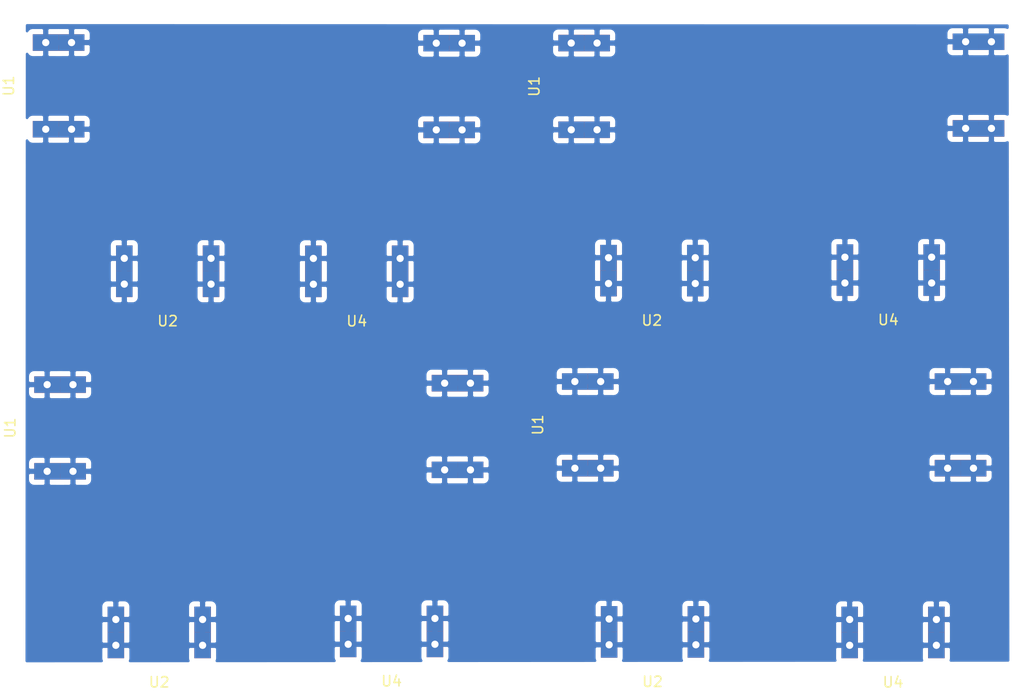
<source format=kicad_pcb>
(kicad_pcb (version 20171130) (host pcbnew 5.1.8-db9833491~88~ubuntu20.04.1)

  (general
    (thickness 1.6)
    (drawings 10)
    (tracks 34)
    (zones 0)
    (modules 16)
    (nets 4)
  )

  (page A4)
  (layers
    (0 F.Cu signal)
    (31 B.Cu signal)
    (32 B.Adhes user)
    (33 F.Adhes user)
    (34 B.Paste user)
    (35 F.Paste user)
    (36 B.SilkS user)
    (37 F.SilkS user)
    (38 B.Mask user)
    (39 F.Mask user)
    (40 Dwgs.User user)
    (41 Cmts.User user)
    (42 Eco1.User user)
    (43 Eco2.User user)
    (44 Edge.Cuts user)
    (45 Margin user)
    (46 B.CrtYd user)
    (47 F.CrtYd user)
    (48 B.Fab user)
    (49 F.Fab user)
  )

  (setup
    (last_trace_width 2.52159)
    (user_trace_width 2.52159)
    (user_trace_width 2.91102)
    (user_trace_width 2.99014)
    (user_trace_width 3.03922)
    (trace_clearance 0.2)
    (zone_clearance 0.508)
    (zone_45_only no)
    (trace_min 0.2)
    (via_size 0.8)
    (via_drill 0.4)
    (via_min_size 0.4)
    (via_min_drill 0.3)
    (uvia_size 0.3)
    (uvia_drill 0.1)
    (uvias_allowed no)
    (uvia_min_size 0.2)
    (uvia_min_drill 0.1)
    (edge_width 0.05)
    (segment_width 0.2)
    (pcb_text_width 0.3)
    (pcb_text_size 1.5 1.5)
    (mod_edge_width 0.12)
    (mod_text_size 1 1)
    (mod_text_width 0.15)
    (pad_size 1.5 5.6)
    (pad_drill 0)
    (pad_to_mask_clearance 0)
    (aux_axis_origin 82.66 104.27)
    (visible_elements FFFFFF7F)
    (pcbplotparams
      (layerselection 0x010fc_ffffffff)
      (usegerberextensions false)
      (usegerberattributes false)
      (usegerberadvancedattributes true)
      (creategerberjobfile true)
      (excludeedgelayer true)
      (linewidth 0.100000)
      (plotframeref false)
      (viasonmask false)
      (mode 1)
      (useauxorigin false)
      (hpglpennumber 1)
      (hpglpenspeed 20)
      (hpglpendiameter 15.000000)
      (psnegative false)
      (psa4output false)
      (plotreference true)
      (plotvalue false)
      (plotinvisibletext false)
      (padsonsilk false)
      (subtractmaskfromsilk false)
      (outputformat 1)
      (mirror false)
      (drillshape 0)
      (scaleselection 1)
      (outputdirectory "manufacture/"))
  )

  (net 0 "")
  (net 1 GND)
  (net 2 "Net-(U1-Pad2)")
  (net 3 "Net-(U2-Pad2)")

  (net_class Default "This is the default net class."
    (clearance 0.2)
    (trace_width 0.25)
    (via_dia 0.8)
    (via_drill 0.4)
    (uvia_dia 0.3)
    (uvia_drill 0.1)
    (add_net GND)
    (add_net "Net-(U1-Pad2)")
    (add_net "Net-(U2-Pad2)")
  )

  (module HS2_parts:SMA_EDGE_MOUNT_132255 (layer F.Cu) (tedit 603333B4) (tstamp 603CAB10)
    (at 107.45 136.23 90)
    (path /6037292D)
    (fp_text reference U3 (at 0 5.08 90) (layer F.SilkS) hide
      (effects (font (size 1 1) (thickness 0.15)))
    )
    (fp_text value SMA_PCB_Edge_Mount (at 0 3.81 90) (layer F.Fab)
      (effects (font (size 1 1) (thickness 0.15)))
    )
    (pad 1 thru_hole rect (at -4.2 1.5 90) (size 1.6 2.5) (drill 0.7) (layers *.Cu *.Paste *.Mask)
      (net 1 GND))
    (pad 2 smd rect (at 0 0 90) (size 1.5 5.6) (layers F.Cu F.Paste F.Mask)
      (net 2 "Net-(U1-Pad2)"))
    (pad 1 thru_hole rect (at -4.2 -1 90) (size 1.6 2.5) (drill 0.7) (layers *.Cu *.Paste *.Mask)
      (net 1 GND))
    (pad 3 thru_hole rect (at 4.2 1.5 90) (size 1.6 2.5) (drill 0.7) (layers *.Cu *.Paste *.Mask)
      (net 1 GND))
    (pad 3 thru_hole rect (at 4.2 -1 90) (size 1.6 2.5) (drill 0.7) (layers *.Cu *.Paste *.Mask)
      (net 1 GND))
  )

  (module HS2_parts:SMA_EDGE_MOUNT_132255 (layer F.Cu) (tedit 603333B4) (tstamp 603CAB25)
    (at 69.46 136.37 270)
    (path /60372616)
    (fp_text reference U1 (at 0 5.08 90) (layer F.SilkS)
      (effects (font (size 1 1) (thickness 0.15)))
    )
    (fp_text value SMA_PCB_Edge_Mount (at 0 3.81 90) (layer F.Fab)
      (effects (font (size 1 1) (thickness 0.15)))
    )
    (pad 3 thru_hole rect (at 4.2 -1 270) (size 1.6 2.5) (drill 0.7) (layers *.Cu *.Paste *.Mask)
      (net 1 GND))
    (pad 3 thru_hole rect (at 4.2 1.5 270) (size 1.6 2.5) (drill 0.7) (layers *.Cu *.Paste *.Mask)
      (net 1 GND))
    (pad 1 thru_hole rect (at -4.2 -1 270) (size 1.6 2.5) (drill 0.7) (layers *.Cu *.Paste *.Mask)
      (net 1 GND))
    (pad 2 smd rect (at 0 0 270) (size 1.5 5.6) (layers F.Cu F.Paste F.Mask)
      (net 2 "Net-(U1-Pad2)"))
    (pad 1 thru_hole rect (at -4.2 1.5 270) (size 1.6 2.5) (drill 0.7) (layers *.Cu *.Paste *.Mask)
      (net 1 GND))
  )

  (module HS2_parts:SMA_EDGE_MOUNT_132255 (layer F.Cu) (tedit 603333B4) (tstamp 603CAB1C)
    (at 101.31 155.83)
    (path /603737F4)
    (fp_text reference U4 (at 0 5.08) (layer F.SilkS)
      (effects (font (size 1 1) (thickness 0.15)))
    )
    (fp_text value SMA_PCB_Edge_Mount (at 0 3.81) (layer F.Fab)
      (effects (font (size 1 1) (thickness 0.15)))
    )
    (pad 1 thru_hole rect (at -4.2 1.5) (size 1.6 2.5) (drill 0.7) (layers *.Cu *.Paste *.Mask)
      (net 1 GND))
    (pad 2 smd rect (at 0 0) (size 1.5 5.6) (layers F.Cu F.Paste F.Mask)
      (net 3 "Net-(U2-Pad2)"))
    (pad 1 thru_hole rect (at -4.2 -1) (size 1.6 2.5) (drill 0.7) (layers *.Cu *.Paste *.Mask)
      (net 1 GND))
    (pad 3 thru_hole rect (at 4.2 1.5) (size 1.6 2.5) (drill 0.7) (layers *.Cu *.Paste *.Mask)
      (net 1 GND))
    (pad 3 thru_hole rect (at 4.2 -1) (size 1.6 2.5) (drill 0.7) (layers *.Cu *.Paste *.Mask)
      (net 1 GND))
  )

  (module HS2_parts:SMA_EDGE_MOUNT_132255 (layer F.Cu) (tedit 603333B4) (tstamp 603CAB06)
    (at 78.81 155.93)
    (path /60373357)
    (fp_text reference U2 (at 0 5.08) (layer F.SilkS)
      (effects (font (size 1 1) (thickness 0.15)))
    )
    (fp_text value SMA_PCB_Edge_Mount (at 0 3.81) (layer F.Fab)
      (effects (font (size 1 1) (thickness 0.15)))
    )
    (pad 3 thru_hole rect (at 4.2 -1) (size 1.6 2.5) (drill 0.7) (layers *.Cu *.Paste *.Mask)
      (net 1 GND))
    (pad 3 thru_hole rect (at 4.2 1.5) (size 1.6 2.5) (drill 0.7) (layers *.Cu *.Paste *.Mask)
      (net 1 GND))
    (pad 1 thru_hole rect (at -4.2 -1) (size 1.6 2.5) (drill 0.7) (layers *.Cu *.Paste *.Mask)
      (net 1 GND))
    (pad 2 smd rect (at 0 0) (size 1.5 5.6) (layers F.Cu F.Paste F.Mask)
      (net 3 "Net-(U2-Pad2)"))
    (pad 1 thru_hole rect (at -4.2 1.5) (size 1.6 2.5) (drill 0.7) (layers *.Cu *.Paste *.Mask)
      (net 1 GND))
  )

  (module HS2_parts:SMA_EDGE_MOUNT_132255 (layer F.Cu) (tedit 603333B4) (tstamp 603CAACD)
    (at 120.56 136.07 270)
    (path /60372616)
    (fp_text reference U1 (at 0 5.08 90) (layer F.SilkS)
      (effects (font (size 1 1) (thickness 0.15)))
    )
    (fp_text value SMA_PCB_Edge_Mount (at 0 3.81 90) (layer F.Fab)
      (effects (font (size 1 1) (thickness 0.15)))
    )
    (pad 1 thru_hole rect (at -4.2 1.5 270) (size 1.6 2.5) (drill 0.7) (layers *.Cu *.Paste *.Mask)
      (net 1 GND))
    (pad 2 smd rect (at 0 0 270) (size 1.5 5.6) (layers F.Cu F.Paste F.Mask)
      (net 2 "Net-(U1-Pad2)"))
    (pad 1 thru_hole rect (at -4.2 -1 270) (size 1.6 2.5) (drill 0.7) (layers *.Cu *.Paste *.Mask)
      (net 1 GND))
    (pad 3 thru_hole rect (at 4.2 1.5 270) (size 1.6 2.5) (drill 0.7) (layers *.Cu *.Paste *.Mask)
      (net 1 GND))
    (pad 3 thru_hole rect (at 4.2 -1 270) (size 1.6 2.5) (drill 0.7) (layers *.Cu *.Paste *.Mask)
      (net 1 GND))
  )

  (module HS2_parts:SMA_EDGE_MOUNT_132255 (layer F.Cu) (tedit 603333B4) (tstamp 603CB38D)
    (at 149.87 155.93)
    (path /603737F4)
    (fp_text reference U4 (at 0 5.08) (layer F.SilkS)
      (effects (font (size 1 1) (thickness 0.15)))
    )
    (fp_text value SMA_PCB_Edge_Mount (at 0 3.81) (layer F.Fab)
      (effects (font (size 1 1) (thickness 0.15)))
    )
    (pad 3 thru_hole rect (at 4.2 -1) (size 1.6 2.5) (drill 0.7) (layers *.Cu *.Paste *.Mask)
      (net 1 GND))
    (pad 3 thru_hole rect (at 4.2 1.5) (size 1.6 2.5) (drill 0.7) (layers *.Cu *.Paste *.Mask)
      (net 1 GND))
    (pad 1 thru_hole rect (at -4.2 -1) (size 1.6 2.5) (drill 0.7) (layers *.Cu *.Paste *.Mask)
      (net 1 GND))
    (pad 2 smd rect (at 0 0) (size 1.5 5.6) (layers F.Cu F.Paste F.Mask)
      (net 3 "Net-(U2-Pad2)"))
    (pad 1 thru_hole rect (at -4.2 1.5) (size 1.6 2.5) (drill 0.7) (layers *.Cu *.Paste *.Mask)
      (net 1 GND))
  )

  (module HS2_parts:SMA_EDGE_MOUNT_132255 (layer F.Cu) (tedit 603333B4) (tstamp 603CAAB9)
    (at 126.58 155.88)
    (path /60373357)
    (fp_text reference U2 (at 0 5.08) (layer F.SilkS)
      (effects (font (size 1 1) (thickness 0.15)))
    )
    (fp_text value SMA_PCB_Edge_Mount (at 0 3.81) (layer F.Fab)
      (effects (font (size 1 1) (thickness 0.15)))
    )
    (pad 1 thru_hole rect (at -4.2 1.5) (size 1.6 2.5) (drill 0.7) (layers *.Cu *.Paste *.Mask)
      (net 1 GND))
    (pad 2 smd rect (at 0 0) (size 1.5 5.6) (layers F.Cu F.Paste F.Mask)
      (net 3 "Net-(U2-Pad2)"))
    (pad 1 thru_hole rect (at -4.2 -1) (size 1.6 2.5) (drill 0.7) (layers *.Cu *.Paste *.Mask)
      (net 1 GND))
    (pad 3 thru_hole rect (at 4.2 1.5) (size 1.6 2.5) (drill 0.7) (layers *.Cu *.Paste *.Mask)
      (net 1 GND))
    (pad 3 thru_hole rect (at 4.2 -1) (size 1.6 2.5) (drill 0.7) (layers *.Cu *.Paste *.Mask)
      (net 1 GND))
  )

  (module HS2_parts:SMA_EDGE_MOUNT_132255 (layer F.Cu) (tedit 603333B4) (tstamp 603CAAAF)
    (at 156.16 136.07 90)
    (path /6037292D)
    (fp_text reference U3 (at 0 5.08 90) (layer F.SilkS) hide
      (effects (font (size 1 1) (thickness 0.15)))
    )
    (fp_text value SMA_PCB_Edge_Mount (at 0 3.81 90) (layer F.Fab)
      (effects (font (size 1 1) (thickness 0.15)))
    )
    (pad 3 thru_hole rect (at 4.2 -1 90) (size 1.6 2.5) (drill 0.7) (layers *.Cu *.Paste *.Mask)
      (net 1 GND))
    (pad 3 thru_hole rect (at 4.2 1.5 90) (size 1.6 2.5) (drill 0.7) (layers *.Cu *.Paste *.Mask)
      (net 1 GND))
    (pad 1 thru_hole rect (at -4.2 -1 90) (size 1.6 2.5) (drill 0.7) (layers *.Cu *.Paste *.Mask)
      (net 1 GND))
    (pad 2 smd rect (at 0 0 90) (size 1.5 5.6) (layers F.Cu F.Paste F.Mask)
      (net 2 "Net-(U1-Pad2)"))
    (pad 1 thru_hole rect (at -4.2 1.5 90) (size 1.6 2.5) (drill 0.7) (layers *.Cu *.Paste *.Mask)
      (net 1 GND))
  )

  (module HS2_parts:SMA_EDGE_MOUNT_132255 (layer F.Cu) (tedit 603333B4) (tstamp 603CA9C7)
    (at 120.21 103.27 270)
    (path /60372616)
    (fp_text reference U1 (at 0 5.08 90) (layer F.SilkS)
      (effects (font (size 1 1) (thickness 0.15)))
    )
    (fp_text value SMA_PCB_Edge_Mount (at 0 3.81 90) (layer F.Fab)
      (effects (font (size 1 1) (thickness 0.15)))
    )
    (pad 3 thru_hole rect (at 4.2 -1 270) (size 1.6 2.5) (drill 0.7) (layers *.Cu *.Paste *.Mask)
      (net 1 GND))
    (pad 3 thru_hole rect (at 4.2 1.5 270) (size 1.6 2.5) (drill 0.7) (layers *.Cu *.Paste *.Mask)
      (net 1 GND))
    (pad 1 thru_hole rect (at -4.2 -1 270) (size 1.6 2.5) (drill 0.7) (layers *.Cu *.Paste *.Mask)
      (net 1 GND))
    (pad 2 smd rect (at 0 0 270) (size 1.5 5.6) (layers F.Cu F.Paste F.Mask)
      (net 2 "Net-(U1-Pad2)"))
    (pad 1 thru_hole rect (at -4.2 1.5 270) (size 1.6 2.5) (drill 0.7) (layers *.Cu *.Paste *.Mask)
      (net 1 GND))
  )

  (module HS2_parts:SMA_EDGE_MOUNT_132255 (layer F.Cu) (tedit 603333B4) (tstamp 603CAC18)
    (at 126.52 120.87)
    (path /60373357)
    (fp_text reference U2 (at 0 5.08) (layer F.SilkS)
      (effects (font (size 1 1) (thickness 0.15)))
    )
    (fp_text value SMA_PCB_Edge_Mount (at 0 3.81) (layer F.Fab)
      (effects (font (size 1 1) (thickness 0.15)))
    )
    (pad 3 thru_hole rect (at 4.2 -1) (size 1.6 2.5) (drill 0.7) (layers *.Cu *.Paste *.Mask)
      (net 1 GND))
    (pad 3 thru_hole rect (at 4.2 1.5) (size 1.6 2.5) (drill 0.7) (layers *.Cu *.Paste *.Mask)
      (net 1 GND))
    (pad 1 thru_hole rect (at -4.2 -1) (size 1.6 2.5) (drill 0.7) (layers *.Cu *.Paste *.Mask)
      (net 1 GND))
    (pad 2 smd rect (at 0 0) (size 1.5 5.6) (layers F.Cu F.Paste F.Mask)
      (net 3 "Net-(U2-Pad2)"))
    (pad 1 thru_hole rect (at -4.2 1.5) (size 1.6 2.5) (drill 0.7) (layers *.Cu *.Paste *.Mask)
      (net 1 GND))
  )

  (module HS2_parts:SMA_EDGE_MOUNT_132255 (layer F.Cu) (tedit 603333B4) (tstamp 603CA9AF)
    (at 149.41 120.82)
    (path /603737F4)
    (fp_text reference U4 (at 0 5.08) (layer F.SilkS)
      (effects (font (size 1 1) (thickness 0.15)))
    )
    (fp_text value SMA_PCB_Edge_Mount (at 0 3.81) (layer F.Fab)
      (effects (font (size 1 1) (thickness 0.15)))
    )
    (pad 1 thru_hole rect (at -4.2 1.5) (size 1.6 2.5) (drill 0.7) (layers *.Cu *.Paste *.Mask)
      (net 1 GND))
    (pad 2 smd rect (at 0 0) (size 1.5 5.6) (layers F.Cu F.Paste F.Mask)
      (net 3 "Net-(U2-Pad2)"))
    (pad 1 thru_hole rect (at -4.2 -1) (size 1.6 2.5) (drill 0.7) (layers *.Cu *.Paste *.Mask)
      (net 1 GND))
    (pad 3 thru_hole rect (at 4.2 1.5) (size 1.6 2.5) (drill 0.7) (layers *.Cu *.Paste *.Mask)
      (net 1 GND))
    (pad 3 thru_hole rect (at 4.2 -1) (size 1.6 2.5) (drill 0.7) (layers *.Cu *.Paste *.Mask)
      (net 1 GND))
  )

  (module HS2_parts:SMA_EDGE_MOUNT_132255 (layer F.Cu) (tedit 603333B4) (tstamp 603CA9A7)
    (at 157.9 103.14 90)
    (path /6037292D)
    (fp_text reference U3 (at 0 5.08 90) (layer F.SilkS) hide
      (effects (font (size 1 1) (thickness 0.15)))
    )
    (fp_text value SMA_PCB_Edge_Mount (at 0 3.81 90) (layer F.Fab)
      (effects (font (size 1 1) (thickness 0.15)))
    )
    (pad 1 thru_hole rect (at -4.2 1.5 90) (size 1.6 2.5) (drill 0.7) (layers *.Cu *.Paste *.Mask)
      (net 1 GND))
    (pad 2 smd rect (at 0 0 90) (size 1.5 5.6) (layers F.Cu F.Paste F.Mask)
      (net 2 "Net-(U1-Pad2)"))
    (pad 1 thru_hole rect (at -4.2 -1 90) (size 1.6 2.5) (drill 0.7) (layers *.Cu *.Paste *.Mask)
      (net 1 GND))
    (pad 3 thru_hole rect (at 4.2 1.5 90) (size 1.6 2.5) (drill 0.7) (layers *.Cu *.Paste *.Mask)
      (net 1 GND))
    (pad 3 thru_hole rect (at 4.2 -1 90) (size 1.6 2.5) (drill 0.7) (layers *.Cu *.Paste *.Mask)
      (net 1 GND))
  )

  (module HS2_parts:SMA_EDGE_MOUNT_132255 (layer F.Cu) (tedit 603333B4) (tstamp 603782E7)
    (at 69.32 103.22 270)
    (path /60372616)
    (fp_text reference U1 (at 0 5.08 90) (layer F.SilkS)
      (effects (font (size 1 1) (thickness 0.15)))
    )
    (fp_text value SMA_PCB_Edge_Mount (at 0 3.81 90) (layer F.Fab)
      (effects (font (size 1 1) (thickness 0.15)))
    )
    (pad 1 thru_hole rect (at -4.2 1.5 270) (size 1.6 2.5) (drill 0.7) (layers *.Cu *.Paste *.Mask)
      (net 1 GND))
    (pad 2 smd rect (at 0 0 270) (size 1.5 5.6) (layers F.Cu F.Paste F.Mask)
      (net 2 "Net-(U1-Pad2)"))
    (pad 1 thru_hole rect (at -4.2 -1 270) (size 1.6 2.5) (drill 0.7) (layers *.Cu *.Paste *.Mask)
      (net 1 GND))
    (pad 3 thru_hole rect (at 4.2 1.5 270) (size 1.6 2.5) (drill 0.7) (layers *.Cu *.Paste *.Mask)
      (net 1 GND))
    (pad 3 thru_hole rect (at 4.2 -1 270) (size 1.6 2.5) (drill 0.7) (layers *.Cu *.Paste *.Mask)
      (net 1 GND))
  )

  (module HS2_parts:SMA_EDGE_MOUNT_132255 (layer F.Cu) (tedit 603333B4) (tstamp 603782F0)
    (at 79.63 120.93)
    (path /60373357)
    (fp_text reference U2 (at 0 5.08) (layer F.SilkS)
      (effects (font (size 1 1) (thickness 0.15)))
    )
    (fp_text value SMA_PCB_Edge_Mount (at 0 3.81) (layer F.Fab)
      (effects (font (size 1 1) (thickness 0.15)))
    )
    (pad 1 thru_hole rect (at -4.2 1.5) (size 1.6 2.5) (drill 0.7) (layers *.Cu *.Paste *.Mask)
      (net 1 GND))
    (pad 2 smd rect (at 0 0) (size 1.5 5.6) (layers F.Cu F.Paste F.Mask)
      (net 3 "Net-(U2-Pad2)"))
    (pad 1 thru_hole rect (at -4.2 -1) (size 1.6 2.5) (drill 0.7) (layers *.Cu *.Paste *.Mask)
      (net 1 GND))
    (pad 3 thru_hole rect (at 4.2 1.5) (size 1.6 2.5) (drill 0.7) (layers *.Cu *.Paste *.Mask)
      (net 1 GND))
    (pad 3 thru_hole rect (at 4.2 -1) (size 1.6 2.5) (drill 0.7) (layers *.Cu *.Paste *.Mask)
      (net 1 GND))
  )

  (module HS2_parts:SMA_EDGE_MOUNT_132255 (layer F.Cu) (tedit 603333B4) (tstamp 603782F9)
    (at 106.64 103.28 90)
    (path /6037292D)
    (fp_text reference U3 (at 0 5.08 90) (layer F.SilkS) hide
      (effects (font (size 1 1) (thickness 0.15)))
    )
    (fp_text value SMA_PCB_Edge_Mount (at 0 3.81 90) (layer F.Fab)
      (effects (font (size 1 1) (thickness 0.15)))
    )
    (pad 3 thru_hole rect (at 4.2 -1 90) (size 1.6 2.5) (drill 0.7) (layers *.Cu *.Paste *.Mask)
      (net 1 GND))
    (pad 3 thru_hole rect (at 4.2 1.5 90) (size 1.6 2.5) (drill 0.7) (layers *.Cu *.Paste *.Mask)
      (net 1 GND))
    (pad 1 thru_hole rect (at -4.2 -1 90) (size 1.6 2.5) (drill 0.7) (layers *.Cu *.Paste *.Mask)
      (net 1 GND))
    (pad 2 smd rect (at 0 0 90) (size 1.5 5.6) (layers F.Cu F.Paste F.Mask)
      (net 2 "Net-(U1-Pad2)"))
    (pad 1 thru_hole rect (at -4.2 1.5 90) (size 1.6 2.5) (drill 0.7) (layers *.Cu *.Paste *.Mask)
      (net 1 GND))
  )

  (module HS2_parts:SMA_EDGE_MOUNT_132255 (layer F.Cu) (tedit 603333B4) (tstamp 60378302)
    (at 97.94 120.94)
    (path /603737F4)
    (fp_text reference U4 (at 0 5.08) (layer F.SilkS)
      (effects (font (size 1 1) (thickness 0.15)))
    )
    (fp_text value SMA_PCB_Edge_Mount (at 0 3.81) (layer F.Fab)
      (effects (font (size 1 1) (thickness 0.15)))
    )
    (pad 3 thru_hole rect (at 4.2 -1) (size 1.6 2.5) (drill 0.7) (layers *.Cu *.Paste *.Mask)
      (net 1 GND))
    (pad 3 thru_hole rect (at 4.2 1.5) (size 1.6 2.5) (drill 0.7) (layers *.Cu *.Paste *.Mask)
      (net 1 GND))
    (pad 1 thru_hole rect (at -4.2 -1) (size 1.6 2.5) (drill 0.7) (layers *.Cu *.Paste *.Mask)
      (net 1 GND))
    (pad 2 smd rect (at 0 0) (size 1.5 5.6) (layers F.Cu F.Paste F.Mask)
      (net 3 "Net-(U2-Pad2)"))
    (pad 1 thru_hole rect (at -4.2 1.5) (size 1.6 2.5) (drill 0.7) (layers *.Cu *.Paste *.Mask)
      (net 1 GND))
  )

  (gr_line (start 65.17 159.69) (end 65.17 96.71) (layer Dwgs.User) (width 0.15))
  (gr_line (start 161.7 159.69) (end 65.17 159.69) (layer Dwgs.User) (width 0.15))
  (gr_line (start 161.7 96.71) (end 161.7 159.61) (layer Dwgs.User) (width 0.15))
  (gr_line (start 65.17 96.71) (end 161.7 96.71) (layer Dwgs.User) (width 0.15))
  (gr_text "-16 dB\n" (at 85.62 148.3) (layer F.Fab)
    (effects (font (size 1.5 1.5) (thickness 0.3)))
  )
  (gr_text "-18 dB\n" (at 133.99 148.52) (layer F.Fab)
    (effects (font (size 1.5 1.5) (thickness 0.3)))
  )
  (gr_text "-14 dB" (at 133.25 116.1) (layer F.Fab)
    (effects (font (size 1.5 1.5) (thickness 0.3)))
  )
  (gr_text "-20 dB\n" (at 86.22 115.37) (layer F.Fab)
    (effects (font (size 1.5 1.5) (thickness 0.3)))
  )
  (dimension 0.84 (width 0.15) (layer Dwgs.User)
    (gr_text "0.840 mm" (at 150.02 105.14 270) (layer Dwgs.User)
      (effects (font (size 1 1) (thickness 0.15)))
    )
    (feature1 (pts (xy 144.82 105.56) (xy 149.306421 105.56)))
    (feature2 (pts (xy 144.82 104.72) (xy 149.306421 104.72)))
    (crossbar (pts (xy 148.72 104.72) (xy 148.72 105.56)))
    (arrow1a (pts (xy 148.72 105.56) (xy 148.133579 104.433496)))
    (arrow1b (pts (xy 148.72 105.56) (xy 149.306421 104.433496)))
    (arrow2a (pts (xy 148.72 104.72) (xy 148.133579 105.846504)))
    (arrow2b (pts (xy 148.72 104.72) (xy 149.306421 105.846504)))
  )
  (dimension 13.03 (width 0.15) (layer Dwgs.User) (tstamp 603CAAD5)
    (gr_text "13.030 mm" (at 138.535 143.54) (layer Dwgs.User) (tstamp 603CAAD6)
      (effects (font (size 1 1) (thickness 0.15)))
    )
    (feature1 (pts (xy 145.05 134.37) (xy 145.05 142.826421)))
    (feature2 (pts (xy 132.02 134.37) (xy 132.02 142.826421)))
    (crossbar (pts (xy 132.02 142.24) (xy 145.05 142.24)))
    (arrow1a (pts (xy 145.05 142.24) (xy 143.923496 142.826421)))
    (arrow1b (pts (xy 145.05 142.24) (xy 143.923496 141.653579)))
    (arrow2a (pts (xy 132.02 142.24) (xy 133.146504 142.826421)))
    (arrow2b (pts (xy 132.02 142.24) (xy 133.146504 141.653579)))
  )

  (segment (start 70.04 103.28) (end 106.64 103.28) (width 2.52159) (layer F.Cu) (net 2))
  (segment (start 120.21 103.27) (end 156.81 103.27) (width 2.91102) (layer F.Cu) (net 2) (tstamp 603CA9C1))
  (segment (start 120.56 136.07) (end 156.16 136.07) (width 3.03922) (layer F.Cu) (net 2) (tstamp 603CB477))
  (segment (start 70.85 136.23) (end 107.45 136.23) (width 2.99014) (layer F.Cu) (net 2) (tstamp 603CB936))
  (segment (start 97.94 121.44) (end 97.94 108.9) (width 2.52159) (layer F.Cu) (net 3))
  (segment (start 79.63 108.9) (end 79.63 121.43) (width 2.52159) (layer F.Cu) (net 3))
  (segment (start 95.34 106.36) (end 82.34 106.36) (width 2.52159) (layer F.Cu) (net 3))
  (segment (start 126.52 109.8) (end 126.52 121.37) (width 2.91102) (layer F.Cu) (net 3) (tstamp 603CA9C3))
  (segment (start 126.53 143.56) (end 126.53 154.13) (width 3.03922) (layer F.Cu) (net 3) (tstamp 603CAAB7))
  (segment (start 149.86 154.07) (end 149.86 143.56) (width 3.03922) (layer F.Cu) (net 3) (tstamp 603CB374))
  (segment (start 146.54 107.04) (end 147.63 107.04) (width 0.25) (layer F.Cu) (net 3))
  (segment (start 129.34 107.04) (end 128.28 107.04) (width 0.25) (layer F.Cu) (net 3))
  (segment (start 146.58 107.01) (end 129.38 107.01) (width 2.91102) (layer F.Cu) (net 3))
  (segment (start 149.41 121.32) (end 149.41 109.69) (width 2.91102) (layer F.Cu) (net 3))
  (segment (start 126.59 109.8) (end 129.38 107.01) (width 2.91102) (layer F.Cu) (net 3))
  (segment (start 126.52 109.8) (end 126.59 109.8) (width 2.91102) (layer F.Cu) (net 3))
  (segment (start 149.26 109.69) (end 146.58 107.01) (width 2.91102) (layer F.Cu) (net 3))
  (segment (start 149.41 109.69) (end 149.26 109.69) (width 2.91102) (layer F.Cu) (net 3))
  (segment (start 78.81 154.85) (end 78.81 142.88) (width 2.99014) (layer F.Cu) (net 3))
  (segment (start 101.27 142.8) (end 98.91 140.44) (width 2.99014) (layer F.Cu) (net 3))
  (segment (start 98.91 140.44) (end 81.41 140.44) (width 2.99014) (layer F.Cu) (net 3))
  (segment (start 101.27 154.84) (end 101.27 142.8) (width 2.99014) (layer F.Cu) (net 3))
  (segment (start 146.96 140.77) (end 129.51 140.77) (width 3.03922) (layer F.Cu) (net 3) (tstamp 603CAAD7))
  (segment (start 149.86 143.56) (end 149.82 143.56) (width 3.03922) (layer F.Cu) (net 3))
  (segment (start 126.72 143.56) (end 129.51 140.77) (width 3.03922) (layer F.Cu) (net 3))
  (segment (start 126.53 143.56) (end 126.72 143.56) (width 3.03922) (layer F.Cu) (net 3))
  (segment (start 149.75 143.56) (end 146.96 140.77) (width 3.03922) (layer F.Cu) (net 3))
  (segment (start 149.86 143.56) (end 149.75 143.56) (width 3.03922) (layer F.Cu) (net 3))
  (segment (start 78.97 142.88) (end 81.41 140.44) (width 2.99014) (layer F.Cu) (net 3))
  (segment (start 78.81 142.88) (end 78.97 142.88) (width 2.99014) (layer F.Cu) (net 3))
  (segment (start 97.88 108.9) (end 95.34 106.36) (width 2.52159) (layer F.Cu) (net 3))
  (segment (start 97.94 108.9) (end 97.88 108.9) (width 2.52159) (layer F.Cu) (net 3))
  (segment (start 79.8 108.9) (end 82.34 106.36) (width 2.52159) (layer F.Cu) (net 3))
  (segment (start 79.63 108.9) (end 79.8 108.9) (width 2.52159) (layer F.Cu) (net 3))

  (zone (net 1) (net_name GND) (layer B.Cu) (tstamp 603CC657) (hatch edge 0.508)
    (connect_pads (clearance 0.508))
    (min_thickness 0.254)
    (fill yes (arc_segments 32) (thermal_gap 0.508) (thermal_bridge_width 0.508))
    (polygon
      (pts
        (xy 161.07 97.26) (xy 161.14 159.02) (xy 65.86 159.08) (xy 65.89 97.27) (xy 65.92 97.23)
      )
    )
    (filled_polygon
      (pts
        (xy 160.943144 97.38696) (xy 160.943359 97.576785) (xy 160.89418 97.550498) (xy 160.774482 97.514188) (xy 160.65 97.501928)
        (xy 159.68575 97.505) (xy 159.527 97.66375) (xy 159.527 98.813) (xy 159.547 98.813) (xy 159.547 99.067)
        (xy 159.527 99.067) (xy 159.527 100.21625) (xy 159.68575 100.375) (xy 160.65 100.378072) (xy 160.774482 100.365812)
        (xy 160.89418 100.329502) (xy 160.946447 100.301564) (xy 160.952886 105.981877) (xy 160.89418 105.950498) (xy 160.774482 105.914188)
        (xy 160.65 105.901928) (xy 159.68575 105.905) (xy 159.527 106.06375) (xy 159.527 107.213) (xy 159.547 107.213)
        (xy 159.547 107.467) (xy 159.527 107.467) (xy 159.527 108.61625) (xy 159.68575 108.775) (xy 160.65 108.778072)
        (xy 160.774482 108.765812) (xy 160.89418 108.729502) (xy 160.955962 108.696478) (xy 161.012856 158.89308) (xy 155.467877 158.896572)
        (xy 155.495812 158.804482) (xy 155.508072 158.68) (xy 155.505 157.71575) (xy 155.34625 157.557) (xy 154.197 157.557)
        (xy 154.197 157.577) (xy 153.943 157.577) (xy 153.943 157.557) (xy 152.79375 157.557) (xy 152.635 157.71575)
        (xy 152.631928 158.68) (xy 152.644188 158.804482) (xy 152.672657 158.898332) (xy 147.066272 158.901862) (xy 147.095812 158.804482)
        (xy 147.108072 158.68) (xy 147.105 157.71575) (xy 146.94625 157.557) (xy 145.797 157.557) (xy 145.797 157.577)
        (xy 145.543 157.577) (xy 145.543 157.557) (xy 144.39375 157.557) (xy 144.235 157.71575) (xy 144.231928 158.68)
        (xy 144.244188 158.804482) (xy 144.274261 158.903621) (xy 132.149684 158.911256) (xy 132.169502 158.87418) (xy 132.205812 158.754482)
        (xy 132.218072 158.63) (xy 132.215 157.66575) (xy 132.05625 157.507) (xy 130.907 157.507) (xy 130.907 157.527)
        (xy 130.653 157.527) (xy 130.653 157.507) (xy 129.50375 157.507) (xy 129.345 157.66575) (xy 129.341928 158.63)
        (xy 129.354188 158.754482) (xy 129.390498 158.87418) (xy 129.411238 158.91298) (xy 123.746856 158.916547) (xy 123.769502 158.87418)
        (xy 123.805812 158.754482) (xy 123.818072 158.63) (xy 123.815 157.66575) (xy 123.65625 157.507) (xy 122.507 157.507)
        (xy 122.507 157.527) (xy 122.253 157.527) (xy 122.253 157.507) (xy 121.10375 157.507) (xy 120.945 157.66575)
        (xy 120.941928 158.63) (xy 120.954188 158.754482) (xy 120.990498 158.87418) (xy 121.014064 158.918268) (xy 106.844441 158.927191)
        (xy 106.899502 158.82418) (xy 106.935812 158.704482) (xy 106.948072 158.58) (xy 106.945 157.61575) (xy 106.78625 157.457)
        (xy 105.637 157.457) (xy 105.637 157.477) (xy 105.383 157.477) (xy 105.383 157.457) (xy 104.23375 157.457)
        (xy 104.075 157.61575) (xy 104.071928 158.58) (xy 104.084188 158.704482) (xy 104.120498 158.82418) (xy 104.176458 158.928871)
        (xy 98.441612 158.932483) (xy 98.499502 158.82418) (xy 98.535812 158.704482) (xy 98.548072 158.58) (xy 98.545 157.61575)
        (xy 98.38625 157.457) (xy 97.237 157.457) (xy 97.237 157.477) (xy 96.983 157.477) (xy 96.983 157.457)
        (xy 95.83375 157.457) (xy 95.675 157.61575) (xy 95.671928 158.58) (xy 95.684188 158.704482) (xy 95.720498 158.82418)
        (xy 95.779284 158.934159) (xy 84.390334 158.941331) (xy 84.399502 158.92418) (xy 84.435812 158.804482) (xy 84.448072 158.68)
        (xy 84.445 157.71575) (xy 84.28625 157.557) (xy 83.137 157.557) (xy 83.137 157.577) (xy 82.883 157.577)
        (xy 82.883 157.557) (xy 81.73375 157.557) (xy 81.575 157.71575) (xy 81.571928 158.68) (xy 81.584188 158.804482)
        (xy 81.620498 158.92418) (xy 81.630594 158.943069) (xy 75.987506 158.946622) (xy 75.999502 158.92418) (xy 76.035812 158.804482)
        (xy 76.048072 158.68) (xy 76.045 157.71575) (xy 75.88625 157.557) (xy 74.737 157.557) (xy 74.737 157.577)
        (xy 74.483 157.577) (xy 74.483 157.557) (xy 73.33375 157.557) (xy 73.175 157.71575) (xy 73.171928 158.68)
        (xy 73.184188 158.804482) (xy 73.220498 158.92418) (xy 73.233421 158.948357) (xy 65.987062 158.95292) (xy 65.988407 156.18)
        (xy 73.171928 156.18) (xy 73.175 157.14425) (xy 73.33375 157.303) (xy 74.483 157.303) (xy 74.483 155.057)
        (xy 74.737 155.057) (xy 74.737 157.303) (xy 75.88625 157.303) (xy 76.045 157.14425) (xy 76.048072 156.18)
        (xy 81.571928 156.18) (xy 81.575 157.14425) (xy 81.73375 157.303) (xy 82.883 157.303) (xy 82.883 155.057)
        (xy 83.137 155.057) (xy 83.137 157.303) (xy 84.28625 157.303) (xy 84.445 157.14425) (xy 84.448072 156.18)
        (xy 84.447754 156.08) (xy 95.671928 156.08) (xy 95.675 157.04425) (xy 95.83375 157.203) (xy 96.983 157.203)
        (xy 96.983 154.957) (xy 97.237 154.957) (xy 97.237 157.203) (xy 98.38625 157.203) (xy 98.545 157.04425)
        (xy 98.548072 156.08) (xy 104.071928 156.08) (xy 104.075 157.04425) (xy 104.23375 157.203) (xy 105.383 157.203)
        (xy 105.383 154.957) (xy 105.637 154.957) (xy 105.637 157.203) (xy 106.78625 157.203) (xy 106.945 157.04425)
        (xy 106.947912 156.13) (xy 120.941928 156.13) (xy 120.945 157.09425) (xy 121.10375 157.253) (xy 122.253 157.253)
        (xy 122.253 155.007) (xy 122.507 155.007) (xy 122.507 157.253) (xy 123.65625 157.253) (xy 123.815 157.09425)
        (xy 123.818072 156.13) (xy 129.341928 156.13) (xy 129.345 157.09425) (xy 129.50375 157.253) (xy 130.653 157.253)
        (xy 130.653 155.007) (xy 130.907 155.007) (xy 130.907 157.253) (xy 132.05625 157.253) (xy 132.215 157.09425)
        (xy 132.217912 156.18) (xy 144.231928 156.18) (xy 144.235 157.14425) (xy 144.39375 157.303) (xy 145.543 157.303)
        (xy 145.543 155.057) (xy 145.797 155.057) (xy 145.797 157.303) (xy 146.94625 157.303) (xy 147.105 157.14425)
        (xy 147.108072 156.18) (xy 152.631928 156.18) (xy 152.635 157.14425) (xy 152.79375 157.303) (xy 153.943 157.303)
        (xy 153.943 155.057) (xy 154.197 155.057) (xy 154.197 157.303) (xy 155.34625 157.303) (xy 155.505 157.14425)
        (xy 155.508072 156.18) (xy 155.505 155.21575) (xy 155.34625 155.057) (xy 154.197 155.057) (xy 153.943 155.057)
        (xy 152.79375 155.057) (xy 152.635 155.21575) (xy 152.631928 156.18) (xy 147.108072 156.18) (xy 147.105 155.21575)
        (xy 146.94625 155.057) (xy 145.797 155.057) (xy 145.543 155.057) (xy 144.39375 155.057) (xy 144.235 155.21575)
        (xy 144.231928 156.18) (xy 132.217912 156.18) (xy 132.218072 156.13) (xy 132.215 155.16575) (xy 132.05625 155.007)
        (xy 130.907 155.007) (xy 130.653 155.007) (xy 129.50375 155.007) (xy 129.345 155.16575) (xy 129.341928 156.13)
        (xy 123.818072 156.13) (xy 123.815 155.16575) (xy 123.65625 155.007) (xy 122.507 155.007) (xy 122.253 155.007)
        (xy 121.10375 155.007) (xy 120.945 155.16575) (xy 120.941928 156.13) (xy 106.947912 156.13) (xy 106.948072 156.08)
        (xy 106.945 155.11575) (xy 106.78625 154.957) (xy 105.637 154.957) (xy 105.383 154.957) (xy 104.23375 154.957)
        (xy 104.075 155.11575) (xy 104.071928 156.08) (xy 98.548072 156.08) (xy 98.545 155.11575) (xy 98.38625 154.957)
        (xy 97.237 154.957) (xy 96.983 154.957) (xy 95.83375 154.957) (xy 95.675 155.11575) (xy 95.671928 156.08)
        (xy 84.447754 156.08) (xy 84.445 155.21575) (xy 84.28625 155.057) (xy 83.137 155.057) (xy 82.883 155.057)
        (xy 81.73375 155.057) (xy 81.575 155.21575) (xy 81.571928 156.18) (xy 76.048072 156.18) (xy 76.045 155.21575)
        (xy 75.88625 155.057) (xy 74.737 155.057) (xy 74.483 155.057) (xy 73.33375 155.057) (xy 73.175 155.21575)
        (xy 73.171928 156.18) (xy 65.988407 156.18) (xy 65.98962 153.68) (xy 73.171928 153.68) (xy 73.175 154.64425)
        (xy 73.33375 154.803) (xy 74.483 154.803) (xy 74.483 153.20375) (xy 74.737 153.20375) (xy 74.737 154.803)
        (xy 75.88625 154.803) (xy 76.045 154.64425) (xy 76.048072 153.68) (xy 81.571928 153.68) (xy 81.575 154.64425)
        (xy 81.73375 154.803) (xy 82.883 154.803) (xy 82.883 153.20375) (xy 83.137 153.20375) (xy 83.137 154.803)
        (xy 84.28625 154.803) (xy 84.445 154.64425) (xy 84.448072 153.68) (xy 84.438224 153.58) (xy 95.671928 153.58)
        (xy 95.675 154.54425) (xy 95.83375 154.703) (xy 96.983 154.703) (xy 96.983 153.10375) (xy 97.237 153.10375)
        (xy 97.237 154.703) (xy 98.38625 154.703) (xy 98.545 154.54425) (xy 98.548072 153.58) (xy 104.071928 153.58)
        (xy 104.075 154.54425) (xy 104.23375 154.703) (xy 105.383 154.703) (xy 105.383 153.10375) (xy 105.637 153.10375)
        (xy 105.637 154.703) (xy 106.78625 154.703) (xy 106.945 154.54425) (xy 106.947912 153.63) (xy 120.941928 153.63)
        (xy 120.945 154.59425) (xy 121.10375 154.753) (xy 122.253 154.753) (xy 122.253 153.15375) (xy 122.507 153.15375)
        (xy 122.507 154.753) (xy 123.65625 154.753) (xy 123.815 154.59425) (xy 123.818072 153.63) (xy 129.341928 153.63)
        (xy 129.345 154.59425) (xy 129.50375 154.753) (xy 130.653 154.753) (xy 130.653 153.15375) (xy 130.907 153.15375)
        (xy 130.907 154.753) (xy 132.05625 154.753) (xy 132.215 154.59425) (xy 132.217912 153.68) (xy 144.231928 153.68)
        (xy 144.235 154.64425) (xy 144.39375 154.803) (xy 145.543 154.803) (xy 145.543 153.20375) (xy 145.797 153.20375)
        (xy 145.797 154.803) (xy 146.94625 154.803) (xy 147.105 154.64425) (xy 147.108072 153.68) (xy 152.631928 153.68)
        (xy 152.635 154.64425) (xy 152.79375 154.803) (xy 153.943 154.803) (xy 153.943 153.20375) (xy 154.197 153.20375)
        (xy 154.197 154.803) (xy 155.34625 154.803) (xy 155.505 154.64425) (xy 155.508072 153.68) (xy 155.495812 153.555518)
        (xy 155.459502 153.43582) (xy 155.400537 153.325506) (xy 155.321185 153.228815) (xy 155.224494 153.149463) (xy 155.11418 153.090498)
        (xy 154.994482 153.054188) (xy 154.87 153.041928) (xy 154.35575 153.045) (xy 154.197 153.20375) (xy 153.943 153.20375)
        (xy 153.78425 153.045) (xy 153.27 153.041928) (xy 153.145518 153.054188) (xy 153.02582 153.090498) (xy 152.915506 153.149463)
        (xy 152.818815 153.228815) (xy 152.739463 153.325506) (xy 152.680498 153.43582) (xy 152.644188 153.555518) (xy 152.631928 153.68)
        (xy 147.108072 153.68) (xy 147.095812 153.555518) (xy 147.059502 153.43582) (xy 147.000537 153.325506) (xy 146.921185 153.228815)
        (xy 146.824494 153.149463) (xy 146.71418 153.090498) (xy 146.594482 153.054188) (xy 146.47 153.041928) (xy 145.95575 153.045)
        (xy 145.797 153.20375) (xy 145.543 153.20375) (xy 145.38425 153.045) (xy 144.87 153.041928) (xy 144.745518 153.054188)
        (xy 144.62582 153.090498) (xy 144.515506 153.149463) (xy 144.418815 153.228815) (xy 144.339463 153.325506) (xy 144.280498 153.43582)
        (xy 144.244188 153.555518) (xy 144.231928 153.68) (xy 132.217912 153.68) (xy 132.218072 153.63) (xy 132.205812 153.505518)
        (xy 132.169502 153.38582) (xy 132.110537 153.275506) (xy 132.031185 153.178815) (xy 131.934494 153.099463) (xy 131.82418 153.040498)
        (xy 131.704482 153.004188) (xy 131.58 152.991928) (xy 131.06575 152.995) (xy 130.907 153.15375) (xy 130.653 153.15375)
        (xy 130.49425 152.995) (xy 129.98 152.991928) (xy 129.855518 153.004188) (xy 129.73582 153.040498) (xy 129.625506 153.099463)
        (xy 129.528815 153.178815) (xy 129.449463 153.275506) (xy 129.390498 153.38582) (xy 129.354188 153.505518) (xy 129.341928 153.63)
        (xy 123.818072 153.63) (xy 123.805812 153.505518) (xy 123.769502 153.38582) (xy 123.710537 153.275506) (xy 123.631185 153.178815)
        (xy 123.534494 153.099463) (xy 123.42418 153.040498) (xy 123.304482 153.004188) (xy 123.18 152.991928) (xy 122.66575 152.995)
        (xy 122.507 153.15375) (xy 122.253 153.15375) (xy 122.09425 152.995) (xy 121.58 152.991928) (xy 121.455518 153.004188)
        (xy 121.33582 153.040498) (xy 121.225506 153.099463) (xy 121.128815 153.178815) (xy 121.049463 153.275506) (xy 120.990498 153.38582)
        (xy 120.954188 153.505518) (xy 120.941928 153.63) (xy 106.947912 153.63) (xy 106.948072 153.58) (xy 106.935812 153.455518)
        (xy 106.899502 153.33582) (xy 106.840537 153.225506) (xy 106.761185 153.128815) (xy 106.664494 153.049463) (xy 106.55418 152.990498)
        (xy 106.434482 152.954188) (xy 106.31 152.941928) (xy 105.79575 152.945) (xy 105.637 153.10375) (xy 105.383 153.10375)
        (xy 105.22425 152.945) (xy 104.71 152.941928) (xy 104.585518 152.954188) (xy 104.46582 152.990498) (xy 104.355506 153.049463)
        (xy 104.258815 153.128815) (xy 104.179463 153.225506) (xy 104.120498 153.33582) (xy 104.084188 153.455518) (xy 104.071928 153.58)
        (xy 98.548072 153.58) (xy 98.535812 153.455518) (xy 98.499502 153.33582) (xy 98.440537 153.225506) (xy 98.361185 153.128815)
        (xy 98.264494 153.049463) (xy 98.15418 152.990498) (xy 98.034482 152.954188) (xy 97.91 152.941928) (xy 97.39575 152.945)
        (xy 97.237 153.10375) (xy 96.983 153.10375) (xy 96.82425 152.945) (xy 96.31 152.941928) (xy 96.185518 152.954188)
        (xy 96.06582 152.990498) (xy 95.955506 153.049463) (xy 95.858815 153.128815) (xy 95.779463 153.225506) (xy 95.720498 153.33582)
        (xy 95.684188 153.455518) (xy 95.671928 153.58) (xy 84.438224 153.58) (xy 84.435812 153.555518) (xy 84.399502 153.43582)
        (xy 84.340537 153.325506) (xy 84.261185 153.228815) (xy 84.164494 153.149463) (xy 84.05418 153.090498) (xy 83.934482 153.054188)
        (xy 83.81 153.041928) (xy 83.29575 153.045) (xy 83.137 153.20375) (xy 82.883 153.20375) (xy 82.72425 153.045)
        (xy 82.21 153.041928) (xy 82.085518 153.054188) (xy 81.96582 153.090498) (xy 81.855506 153.149463) (xy 81.758815 153.228815)
        (xy 81.679463 153.325506) (xy 81.620498 153.43582) (xy 81.584188 153.555518) (xy 81.571928 153.68) (xy 76.048072 153.68)
        (xy 76.035812 153.555518) (xy 75.999502 153.43582) (xy 75.940537 153.325506) (xy 75.861185 153.228815) (xy 75.764494 153.149463)
        (xy 75.65418 153.090498) (xy 75.534482 153.054188) (xy 75.41 153.041928) (xy 74.89575 153.045) (xy 74.737 153.20375)
        (xy 74.483 153.20375) (xy 74.32425 153.045) (xy 73.81 153.041928) (xy 73.685518 153.054188) (xy 73.56582 153.090498)
        (xy 73.455506 153.149463) (xy 73.358815 153.228815) (xy 73.279463 153.325506) (xy 73.220498 153.43582) (xy 73.184188 153.555518)
        (xy 73.171928 153.68) (xy 65.98962 153.68) (xy 65.995596 141.37) (xy 66.071928 141.37) (xy 66.084188 141.494482)
        (xy 66.120498 141.61418) (xy 66.179463 141.724494) (xy 66.258815 141.821185) (xy 66.355506 141.900537) (xy 66.46582 141.959502)
        (xy 66.585518 141.995812) (xy 66.71 142.008072) (xy 67.67425 142.005) (xy 67.833 141.84625) (xy 67.833 140.697)
        (xy 68.087 140.697) (xy 68.087 141.84625) (xy 68.24575 142.005) (xy 69.21 142.008072) (xy 70.17425 142.005)
        (xy 70.333 141.84625) (xy 70.333 140.697) (xy 70.587 140.697) (xy 70.587 141.84625) (xy 70.74575 142.005)
        (xy 71.71 142.008072) (xy 71.834482 141.995812) (xy 71.95418 141.959502) (xy 72.064494 141.900537) (xy 72.161185 141.821185)
        (xy 72.240537 141.724494) (xy 72.299502 141.61418) (xy 72.335812 141.494482) (xy 72.348072 141.37) (xy 72.347236 141.23)
        (xy 104.561928 141.23) (xy 104.574188 141.354482) (xy 104.610498 141.47418) (xy 104.669463 141.584494) (xy 104.748815 141.681185)
        (xy 104.845506 141.760537) (xy 104.95582 141.819502) (xy 105.075518 141.855812) (xy 105.2 141.868072) (xy 106.16425 141.865)
        (xy 106.323 141.70625) (xy 106.323 140.557) (xy 106.577 140.557) (xy 106.577 141.70625) (xy 106.73575 141.865)
        (xy 107.7 141.868072) (xy 108.66425 141.865) (xy 108.823 141.70625) (xy 108.823 140.557) (xy 109.077 140.557)
        (xy 109.077 141.70625) (xy 109.23575 141.865) (xy 110.2 141.868072) (xy 110.324482 141.855812) (xy 110.44418 141.819502)
        (xy 110.554494 141.760537) (xy 110.651185 141.681185) (xy 110.730537 141.584494) (xy 110.789502 141.47418) (xy 110.825812 141.354482)
        (xy 110.838072 141.23) (xy 110.837117 141.07) (xy 117.171928 141.07) (xy 117.184188 141.194482) (xy 117.220498 141.31418)
        (xy 117.279463 141.424494) (xy 117.358815 141.521185) (xy 117.455506 141.600537) (xy 117.56582 141.659502) (xy 117.685518 141.695812)
        (xy 117.81 141.708072) (xy 118.77425 141.705) (xy 118.933 141.54625) (xy 118.933 140.397) (xy 119.187 140.397)
        (xy 119.187 141.54625) (xy 119.34575 141.705) (xy 120.31 141.708072) (xy 121.27425 141.705) (xy 121.433 141.54625)
        (xy 121.433 140.397) (xy 121.687 140.397) (xy 121.687 141.54625) (xy 121.84575 141.705) (xy 122.81 141.708072)
        (xy 122.934482 141.695812) (xy 123.05418 141.659502) (xy 123.164494 141.600537) (xy 123.261185 141.521185) (xy 123.340537 141.424494)
        (xy 123.399502 141.31418) (xy 123.435812 141.194482) (xy 123.448072 141.07) (xy 153.271928 141.07) (xy 153.284188 141.194482)
        (xy 153.320498 141.31418) (xy 153.379463 141.424494) (xy 153.458815 141.521185) (xy 153.555506 141.600537) (xy 153.66582 141.659502)
        (xy 153.785518 141.695812) (xy 153.91 141.708072) (xy 154.87425 141.705) (xy 155.033 141.54625) (xy 155.033 140.397)
        (xy 155.287 140.397) (xy 155.287 141.54625) (xy 155.44575 141.705) (xy 156.41 141.708072) (xy 157.37425 141.705)
        (xy 157.533 141.54625) (xy 157.533 140.397) (xy 157.787 140.397) (xy 157.787 141.54625) (xy 157.94575 141.705)
        (xy 158.91 141.708072) (xy 159.034482 141.695812) (xy 159.15418 141.659502) (xy 159.264494 141.600537) (xy 159.361185 141.521185)
        (xy 159.440537 141.424494) (xy 159.499502 141.31418) (xy 159.535812 141.194482) (xy 159.548072 141.07) (xy 159.545 140.55575)
        (xy 159.38625 140.397) (xy 157.787 140.397) (xy 157.533 140.397) (xy 155.287 140.397) (xy 155.033 140.397)
        (xy 153.43375 140.397) (xy 153.275 140.55575) (xy 153.271928 141.07) (xy 123.448072 141.07) (xy 123.445 140.55575)
        (xy 123.28625 140.397) (xy 121.687 140.397) (xy 121.433 140.397) (xy 119.187 140.397) (xy 118.933 140.397)
        (xy 117.33375 140.397) (xy 117.175 140.55575) (xy 117.171928 141.07) (xy 110.837117 141.07) (xy 110.835 140.71575)
        (xy 110.67625 140.557) (xy 109.077 140.557) (xy 108.823 140.557) (xy 106.577 140.557) (xy 106.323 140.557)
        (xy 104.72375 140.557) (xy 104.565 140.71575) (xy 104.561928 141.23) (xy 72.347236 141.23) (xy 72.345 140.85575)
        (xy 72.18625 140.697) (xy 70.587 140.697) (xy 70.333 140.697) (xy 68.087 140.697) (xy 67.833 140.697)
        (xy 66.23375 140.697) (xy 66.075 140.85575) (xy 66.071928 141.37) (xy 65.995596 141.37) (xy 65.996372 139.77)
        (xy 66.071928 139.77) (xy 66.075 140.28425) (xy 66.23375 140.443) (xy 67.833 140.443) (xy 67.833 139.29375)
        (xy 68.087 139.29375) (xy 68.087 140.443) (xy 70.333 140.443) (xy 70.333 139.29375) (xy 70.587 139.29375)
        (xy 70.587 140.443) (xy 72.18625 140.443) (xy 72.345 140.28425) (xy 72.348072 139.77) (xy 72.335812 139.645518)
        (xy 72.331105 139.63) (xy 104.561928 139.63) (xy 104.565 140.14425) (xy 104.72375 140.303) (xy 106.323 140.303)
        (xy 106.323 139.15375) (xy 106.577 139.15375) (xy 106.577 140.303) (xy 108.823 140.303) (xy 108.823 139.15375)
        (xy 109.077 139.15375) (xy 109.077 140.303) (xy 110.67625 140.303) (xy 110.835 140.14425) (xy 110.838072 139.63)
        (xy 110.825812 139.505518) (xy 110.815038 139.47) (xy 117.171928 139.47) (xy 117.175 139.98425) (xy 117.33375 140.143)
        (xy 118.933 140.143) (xy 118.933 138.99375) (xy 119.187 138.99375) (xy 119.187 140.143) (xy 121.433 140.143)
        (xy 121.433 138.99375) (xy 121.687 138.99375) (xy 121.687 140.143) (xy 123.28625 140.143) (xy 123.445 139.98425)
        (xy 123.448072 139.47) (xy 153.271928 139.47) (xy 153.275 139.98425) (xy 153.43375 140.143) (xy 155.033 140.143)
        (xy 155.033 138.99375) (xy 155.287 138.99375) (xy 155.287 140.143) (xy 157.533 140.143) (xy 157.533 138.99375)
        (xy 157.787 138.99375) (xy 157.787 140.143) (xy 159.38625 140.143) (xy 159.545 139.98425) (xy 159.548072 139.47)
        (xy 159.535812 139.345518) (xy 159.499502 139.22582) (xy 159.440537 139.115506) (xy 159.361185 139.018815) (xy 159.264494 138.939463)
        (xy 159.15418 138.880498) (xy 159.034482 138.844188) (xy 158.91 138.831928) (xy 157.94575 138.835) (xy 157.787 138.99375)
        (xy 157.533 138.99375) (xy 157.37425 138.835) (xy 156.41 138.831928) (xy 155.44575 138.835) (xy 155.287 138.99375)
        (xy 155.033 138.99375) (xy 154.87425 138.835) (xy 153.91 138.831928) (xy 153.785518 138.844188) (xy 153.66582 138.880498)
        (xy 153.555506 138.939463) (xy 153.458815 139.018815) (xy 153.379463 139.115506) (xy 153.320498 139.22582) (xy 153.284188 139.345518)
        (xy 153.271928 139.47) (xy 123.448072 139.47) (xy 123.435812 139.345518) (xy 123.399502 139.22582) (xy 123.340537 139.115506)
        (xy 123.261185 139.018815) (xy 123.164494 138.939463) (xy 123.05418 138.880498) (xy 122.934482 138.844188) (xy 122.81 138.831928)
        (xy 121.84575 138.835) (xy 121.687 138.99375) (xy 121.433 138.99375) (xy 121.27425 138.835) (xy 120.31 138.831928)
        (xy 119.34575 138.835) (xy 119.187 138.99375) (xy 118.933 138.99375) (xy 118.77425 138.835) (xy 117.81 138.831928)
        (xy 117.685518 138.844188) (xy 117.56582 138.880498) (xy 117.455506 138.939463) (xy 117.358815 139.018815) (xy 117.279463 139.115506)
        (xy 117.220498 139.22582) (xy 117.184188 139.345518) (xy 117.171928 139.47) (xy 110.815038 139.47) (xy 110.789502 139.38582)
        (xy 110.730537 139.275506) (xy 110.651185 139.178815) (xy 110.554494 139.099463) (xy 110.44418 139.040498) (xy 110.324482 139.004188)
        (xy 110.2 138.991928) (xy 109.23575 138.995) (xy 109.077 139.15375) (xy 108.823 139.15375) (xy 108.66425 138.995)
        (xy 107.7 138.991928) (xy 106.73575 138.995) (xy 106.577 139.15375) (xy 106.323 139.15375) (xy 106.16425 138.995)
        (xy 105.2 138.991928) (xy 105.075518 139.004188) (xy 104.95582 139.040498) (xy 104.845506 139.099463) (xy 104.748815 139.178815)
        (xy 104.669463 139.275506) (xy 104.610498 139.38582) (xy 104.574188 139.505518) (xy 104.561928 139.63) (xy 72.331105 139.63)
        (xy 72.299502 139.52582) (xy 72.240537 139.415506) (xy 72.161185 139.318815) (xy 72.064494 139.239463) (xy 71.95418 139.180498)
        (xy 71.834482 139.144188) (xy 71.71 139.131928) (xy 70.74575 139.135) (xy 70.587 139.29375) (xy 70.333 139.29375)
        (xy 70.17425 139.135) (xy 69.21 139.131928) (xy 68.24575 139.135) (xy 68.087 139.29375) (xy 67.833 139.29375)
        (xy 67.67425 139.135) (xy 66.71 139.131928) (xy 66.585518 139.144188) (xy 66.46582 139.180498) (xy 66.355506 139.239463)
        (xy 66.258815 139.318815) (xy 66.179463 139.415506) (xy 66.120498 139.52582) (xy 66.084188 139.645518) (xy 66.071928 139.77)
        (xy 65.996372 139.77) (xy 65.999672 132.97) (xy 66.071928 132.97) (xy 66.084188 133.094482) (xy 66.120498 133.21418)
        (xy 66.179463 133.324494) (xy 66.258815 133.421185) (xy 66.355506 133.500537) (xy 66.46582 133.559502) (xy 66.585518 133.595812)
        (xy 66.71 133.608072) (xy 67.67425 133.605) (xy 67.833 133.44625) (xy 67.833 132.297) (xy 68.087 132.297)
        (xy 68.087 133.44625) (xy 68.24575 133.605) (xy 69.21 133.608072) (xy 70.17425 133.605) (xy 70.333 133.44625)
        (xy 70.333 132.297) (xy 70.587 132.297) (xy 70.587 133.44625) (xy 70.74575 133.605) (xy 71.71 133.608072)
        (xy 71.834482 133.595812) (xy 71.95418 133.559502) (xy 72.064494 133.500537) (xy 72.161185 133.421185) (xy 72.240537 133.324494)
        (xy 72.299502 133.21418) (xy 72.335812 133.094482) (xy 72.348072 132.97) (xy 72.347236 132.83) (xy 104.561928 132.83)
        (xy 104.574188 132.954482) (xy 104.610498 133.07418) (xy 104.669463 133.184494) (xy 104.748815 133.281185) (xy 104.845506 133.360537)
        (xy 104.95582 133.419502) (xy 105.075518 133.455812) (xy 105.2 133.468072) (xy 106.16425 133.465) (xy 106.323 133.30625)
        (xy 106.323 132.157) (xy 106.577 132.157) (xy 106.577 133.30625) (xy 106.73575 133.465) (xy 107.7 133.468072)
        (xy 108.66425 133.465) (xy 108.823 133.30625) (xy 108.823 132.157) (xy 109.077 132.157) (xy 109.077 133.30625)
        (xy 109.23575 133.465) (xy 110.2 133.468072) (xy 110.324482 133.455812) (xy 110.44418 133.419502) (xy 110.554494 133.360537)
        (xy 110.651185 133.281185) (xy 110.730537 133.184494) (xy 110.789502 133.07418) (xy 110.825812 132.954482) (xy 110.838072 132.83)
        (xy 110.837117 132.67) (xy 117.171928 132.67) (xy 117.184188 132.794482) (xy 117.220498 132.91418) (xy 117.279463 133.024494)
        (xy 117.358815 133.121185) (xy 117.455506 133.200537) (xy 117.56582 133.259502) (xy 117.685518 133.295812) (xy 117.81 133.308072)
        (xy 118.77425 133.305) (xy 118.933 133.14625) (xy 118.933 131.997) (xy 119.187 131.997) (xy 119.187 133.14625)
        (xy 119.34575 133.305) (xy 120.31 133.308072) (xy 121.27425 133.305) (xy 121.433 133.14625) (xy 121.433 131.997)
        (xy 121.687 131.997) (xy 121.687 133.14625) (xy 121.84575 133.305) (xy 122.81 133.308072) (xy 122.934482 133.295812)
        (xy 123.05418 133.259502) (xy 123.164494 133.200537) (xy 123.261185 133.121185) (xy 123.340537 133.024494) (xy 123.399502 132.91418)
        (xy 123.435812 132.794482) (xy 123.448072 132.67) (xy 153.271928 132.67) (xy 153.284188 132.794482) (xy 153.320498 132.91418)
        (xy 153.379463 133.024494) (xy 153.458815 133.121185) (xy 153.555506 133.200537) (xy 153.66582 133.259502) (xy 153.785518 133.295812)
        (xy 153.91 133.308072) (xy 154.87425 133.305) (xy 155.033 133.14625) (xy 155.033 131.997) (xy 155.287 131.997)
        (xy 155.287 133.14625) (xy 155.44575 133.305) (xy 156.41 133.308072) (xy 157.37425 133.305) (xy 157.533 133.14625)
        (xy 157.533 131.997) (xy 157.787 131.997) (xy 157.787 133.14625) (xy 157.94575 133.305) (xy 158.91 133.308072)
        (xy 159.034482 133.295812) (xy 159.15418 133.259502) (xy 159.264494 133.200537) (xy 159.361185 133.121185) (xy 159.440537 133.024494)
        (xy 159.499502 132.91418) (xy 159.535812 132.794482) (xy 159.548072 132.67) (xy 159.545 132.15575) (xy 159.38625 131.997)
        (xy 157.787 131.997) (xy 157.533 131.997) (xy 155.287 131.997) (xy 155.033 131.997) (xy 153.43375 131.997)
        (xy 153.275 132.15575) (xy 153.271928 132.67) (xy 123.448072 132.67) (xy 123.445 132.15575) (xy 123.28625 131.997)
        (xy 121.687 131.997) (xy 121.433 131.997) (xy 119.187 131.997) (xy 118.933 131.997) (xy 117.33375 131.997)
        (xy 117.175 132.15575) (xy 117.171928 132.67) (xy 110.837117 132.67) (xy 110.835 132.31575) (xy 110.67625 132.157)
        (xy 109.077 132.157) (xy 108.823 132.157) (xy 106.577 132.157) (xy 106.323 132.157) (xy 104.72375 132.157)
        (xy 104.565 132.31575) (xy 104.561928 132.83) (xy 72.347236 132.83) (xy 72.345 132.45575) (xy 72.18625 132.297)
        (xy 70.587 132.297) (xy 70.333 132.297) (xy 68.087 132.297) (xy 67.833 132.297) (xy 66.23375 132.297)
        (xy 66.075 132.45575) (xy 66.071928 132.97) (xy 65.999672 132.97) (xy 66.000448 131.37) (xy 66.071928 131.37)
        (xy 66.075 131.88425) (xy 66.23375 132.043) (xy 67.833 132.043) (xy 67.833 130.89375) (xy 68.087 130.89375)
        (xy 68.087 132.043) (xy 70.333 132.043) (xy 70.333 130.89375) (xy 70.587 130.89375) (xy 70.587 132.043)
        (xy 72.18625 132.043) (xy 72.345 131.88425) (xy 72.348072 131.37) (xy 72.335812 131.245518) (xy 72.331105 131.23)
        (xy 104.561928 131.23) (xy 104.565 131.74425) (xy 104.72375 131.903) (xy 106.323 131.903) (xy 106.323 130.75375)
        (xy 106.577 130.75375) (xy 106.577 131.903) (xy 108.823 131.903) (xy 108.823 130.75375) (xy 109.077 130.75375)
        (xy 109.077 131.903) (xy 110.67625 131.903) (xy 110.835 131.74425) (xy 110.838072 131.23) (xy 110.825812 131.105518)
        (xy 110.815038 131.07) (xy 117.171928 131.07) (xy 117.175 131.58425) (xy 117.33375 131.743) (xy 118.933 131.743)
        (xy 118.933 130.59375) (xy 119.187 130.59375) (xy 119.187 131.743) (xy 121.433 131.743) (xy 121.433 130.59375)
        (xy 121.687 130.59375) (xy 121.687 131.743) (xy 123.28625 131.743) (xy 123.445 131.58425) (xy 123.448072 131.07)
        (xy 153.271928 131.07) (xy 153.275 131.58425) (xy 153.43375 131.743) (xy 155.033 131.743) (xy 155.033 130.59375)
        (xy 155.287 130.59375) (xy 155.287 131.743) (xy 157.533 131.743) (xy 157.533 130.59375) (xy 157.787 130.59375)
        (xy 157.787 131.743) (xy 159.38625 131.743) (xy 159.545 131.58425) (xy 159.548072 131.07) (xy 159.535812 130.945518)
        (xy 159.499502 130.82582) (xy 159.440537 130.715506) (xy 159.361185 130.618815) (xy 159.264494 130.539463) (xy 159.15418 130.480498)
        (xy 159.034482 130.444188) (xy 158.91 130.431928) (xy 157.94575 130.435) (xy 157.787 130.59375) (xy 157.533 130.59375)
        (xy 157.37425 130.435) (xy 156.41 130.431928) (xy 155.44575 130.435) (xy 155.287 130.59375) (xy 155.033 130.59375)
        (xy 154.87425 130.435) (xy 153.91 130.431928) (xy 153.785518 130.444188) (xy 153.66582 130.480498) (xy 153.555506 130.539463)
        (xy 153.458815 130.618815) (xy 153.379463 130.715506) (xy 153.320498 130.82582) (xy 153.284188 130.945518) (xy 153.271928 131.07)
        (xy 123.448072 131.07) (xy 123.435812 130.945518) (xy 123.399502 130.82582) (xy 123.340537 130.715506) (xy 123.261185 130.618815)
        (xy 123.164494 130.539463) (xy 123.05418 130.480498) (xy 122.934482 130.444188) (xy 122.81 130.431928) (xy 121.84575 130.435)
        (xy 121.687 130.59375) (xy 121.433 130.59375) (xy 121.27425 130.435) (xy 120.31 130.431928) (xy 119.34575 130.435)
        (xy 119.187 130.59375) (xy 118.933 130.59375) (xy 118.77425 130.435) (xy 117.81 130.431928) (xy 117.685518 130.444188)
        (xy 117.56582 130.480498) (xy 117.455506 130.539463) (xy 117.358815 130.618815) (xy 117.279463 130.715506) (xy 117.220498 130.82582)
        (xy 117.184188 130.945518) (xy 117.171928 131.07) (xy 110.815038 131.07) (xy 110.789502 130.98582) (xy 110.730537 130.875506)
        (xy 110.651185 130.778815) (xy 110.554494 130.699463) (xy 110.44418 130.640498) (xy 110.324482 130.604188) (xy 110.2 130.591928)
        (xy 109.23575 130.595) (xy 109.077 130.75375) (xy 108.823 130.75375) (xy 108.66425 130.595) (xy 107.7 130.591928)
        (xy 106.73575 130.595) (xy 106.577 130.75375) (xy 106.323 130.75375) (xy 106.16425 130.595) (xy 105.2 130.591928)
        (xy 105.075518 130.604188) (xy 104.95582 130.640498) (xy 104.845506 130.699463) (xy 104.748815 130.778815) (xy 104.669463 130.875506)
        (xy 104.610498 130.98582) (xy 104.574188 131.105518) (xy 104.561928 131.23) (xy 72.331105 131.23) (xy 72.299502 131.12582)
        (xy 72.240537 131.015506) (xy 72.161185 130.918815) (xy 72.064494 130.839463) (xy 71.95418 130.780498) (xy 71.834482 130.744188)
        (xy 71.71 130.731928) (xy 70.74575 130.735) (xy 70.587 130.89375) (xy 70.333 130.89375) (xy 70.17425 130.735)
        (xy 69.21 130.731928) (xy 68.24575 130.735) (xy 68.087 130.89375) (xy 67.833 130.89375) (xy 67.67425 130.735)
        (xy 66.71 130.731928) (xy 66.585518 130.744188) (xy 66.46582 130.780498) (xy 66.355506 130.839463) (xy 66.258815 130.918815)
        (xy 66.179463 131.015506) (xy 66.120498 131.12582) (xy 66.084188 131.245518) (xy 66.071928 131.37) (xy 66.000448 131.37)
        (xy 66.00418 123.68) (xy 73.991928 123.68) (xy 74.004188 123.804482) (xy 74.040498 123.92418) (xy 74.099463 124.034494)
        (xy 74.178815 124.131185) (xy 74.275506 124.210537) (xy 74.38582 124.269502) (xy 74.505518 124.305812) (xy 74.63 124.318072)
        (xy 75.14425 124.315) (xy 75.303 124.15625) (xy 75.303 122.557) (xy 75.557 122.557) (xy 75.557 124.15625)
        (xy 75.71575 124.315) (xy 76.23 124.318072) (xy 76.354482 124.305812) (xy 76.47418 124.269502) (xy 76.584494 124.210537)
        (xy 76.681185 124.131185) (xy 76.760537 124.034494) (xy 76.819502 123.92418) (xy 76.855812 123.804482) (xy 76.868072 123.68)
        (xy 82.391928 123.68) (xy 82.404188 123.804482) (xy 82.440498 123.92418) (xy 82.499463 124.034494) (xy 82.578815 124.131185)
        (xy 82.675506 124.210537) (xy 82.78582 124.269502) (xy 82.905518 124.305812) (xy 83.03 124.318072) (xy 83.54425 124.315)
        (xy 83.703 124.15625) (xy 83.703 122.557) (xy 83.957 122.557) (xy 83.957 124.15625) (xy 84.11575 124.315)
        (xy 84.63 124.318072) (xy 84.754482 124.305812) (xy 84.87418 124.269502) (xy 84.984494 124.210537) (xy 85.081185 124.131185)
        (xy 85.160537 124.034494) (xy 85.219502 123.92418) (xy 85.255812 123.804482) (xy 85.267087 123.69) (xy 92.301928 123.69)
        (xy 92.314188 123.814482) (xy 92.350498 123.93418) (xy 92.409463 124.044494) (xy 92.488815 124.141185) (xy 92.585506 124.220537)
        (xy 92.69582 124.279502) (xy 92.815518 124.315812) (xy 92.94 124.328072) (xy 93.45425 124.325) (xy 93.613 124.16625)
        (xy 93.613 122.567) (xy 93.867 122.567) (xy 93.867 124.16625) (xy 94.02575 124.325) (xy 94.54 124.328072)
        (xy 94.664482 124.315812) (xy 94.78418 124.279502) (xy 94.894494 124.220537) (xy 94.991185 124.141185) (xy 95.070537 124.044494)
        (xy 95.129502 123.93418) (xy 95.165812 123.814482) (xy 95.178072 123.69) (xy 100.701928 123.69) (xy 100.714188 123.814482)
        (xy 100.750498 123.93418) (xy 100.809463 124.044494) (xy 100.888815 124.141185) (xy 100.985506 124.220537) (xy 101.09582 124.279502)
        (xy 101.215518 124.315812) (xy 101.34 124.328072) (xy 101.85425 124.325) (xy 102.013 124.16625) (xy 102.013 122.567)
        (xy 102.267 122.567) (xy 102.267 124.16625) (xy 102.42575 124.325) (xy 102.94 124.328072) (xy 103.064482 124.315812)
        (xy 103.18418 124.279502) (xy 103.294494 124.220537) (xy 103.391185 124.141185) (xy 103.470537 124.044494) (xy 103.529502 123.93418)
        (xy 103.565812 123.814482) (xy 103.578072 123.69) (xy 103.577849 123.62) (xy 120.881928 123.62) (xy 120.894188 123.744482)
        (xy 120.930498 123.86418) (xy 120.989463 123.974494) (xy 121.068815 124.071185) (xy 121.165506 124.150537) (xy 121.27582 124.209502)
        (xy 121.395518 124.245812) (xy 121.52 124.258072) (xy 122.03425 124.255) (xy 122.193 124.09625) (xy 122.193 122.497)
        (xy 122.447 122.497) (xy 122.447 124.09625) (xy 122.60575 124.255) (xy 123.12 124.258072) (xy 123.244482 124.245812)
        (xy 123.36418 124.209502) (xy 123.474494 124.150537) (xy 123.571185 124.071185) (xy 123.650537 123.974494) (xy 123.709502 123.86418)
        (xy 123.745812 123.744482) (xy 123.758072 123.62) (xy 129.281928 123.62) (xy 129.294188 123.744482) (xy 129.330498 123.86418)
        (xy 129.389463 123.974494) (xy 129.468815 124.071185) (xy 129.565506 124.150537) (xy 129.67582 124.209502) (xy 129.795518 124.245812)
        (xy 129.92 124.258072) (xy 130.43425 124.255) (xy 130.593 124.09625) (xy 130.593 122.497) (xy 130.847 122.497)
        (xy 130.847 124.09625) (xy 131.00575 124.255) (xy 131.52 124.258072) (xy 131.644482 124.245812) (xy 131.76418 124.209502)
        (xy 131.874494 124.150537) (xy 131.971185 124.071185) (xy 132.050537 123.974494) (xy 132.109502 123.86418) (xy 132.145812 123.744482)
        (xy 132.158072 123.62) (xy 132.157913 123.57) (xy 143.771928 123.57) (xy 143.784188 123.694482) (xy 143.820498 123.81418)
        (xy 143.879463 123.924494) (xy 143.958815 124.021185) (xy 144.055506 124.100537) (xy 144.16582 124.159502) (xy 144.285518 124.195812)
        (xy 144.41 124.208072) (xy 144.92425 124.205) (xy 145.083 124.04625) (xy 145.083 122.447) (xy 145.337 122.447)
        (xy 145.337 124.04625) (xy 145.49575 124.205) (xy 146.01 124.208072) (xy 146.134482 124.195812) (xy 146.25418 124.159502)
        (xy 146.364494 124.100537) (xy 146.461185 124.021185) (xy 146.540537 123.924494) (xy 146.599502 123.81418) (xy 146.635812 123.694482)
        (xy 146.648072 123.57) (xy 152.171928 123.57) (xy 152.184188 123.694482) (xy 152.220498 123.81418) (xy 152.279463 123.924494)
        (xy 152.358815 124.021185) (xy 152.455506 124.100537) (xy 152.56582 124.159502) (xy 152.685518 124.195812) (xy 152.81 124.208072)
        (xy 153.32425 124.205) (xy 153.483 124.04625) (xy 153.483 122.447) (xy 153.737 122.447) (xy 153.737 124.04625)
        (xy 153.89575 124.205) (xy 154.41 124.208072) (xy 154.534482 124.195812) (xy 154.65418 124.159502) (xy 154.764494 124.100537)
        (xy 154.861185 124.021185) (xy 154.940537 123.924494) (xy 154.999502 123.81418) (xy 155.035812 123.694482) (xy 155.048072 123.57)
        (xy 155.045 122.60575) (xy 154.88625 122.447) (xy 153.737 122.447) (xy 153.483 122.447) (xy 152.33375 122.447)
        (xy 152.175 122.60575) (xy 152.171928 123.57) (xy 146.648072 123.57) (xy 146.645 122.60575) (xy 146.48625 122.447)
        (xy 145.337 122.447) (xy 145.083 122.447) (xy 143.93375 122.447) (xy 143.775 122.60575) (xy 143.771928 123.57)
        (xy 132.157913 123.57) (xy 132.155 122.65575) (xy 131.99625 122.497) (xy 130.847 122.497) (xy 130.593 122.497)
        (xy 129.44375 122.497) (xy 129.285 122.65575) (xy 129.281928 123.62) (xy 123.758072 123.62) (xy 123.755 122.65575)
        (xy 123.59625 122.497) (xy 122.447 122.497) (xy 122.193 122.497) (xy 121.04375 122.497) (xy 120.885 122.65575)
        (xy 120.881928 123.62) (xy 103.577849 123.62) (xy 103.575 122.72575) (xy 103.41625 122.567) (xy 102.267 122.567)
        (xy 102.013 122.567) (xy 100.86375 122.567) (xy 100.705 122.72575) (xy 100.701928 123.69) (xy 95.178072 123.69)
        (xy 95.175 122.72575) (xy 95.01625 122.567) (xy 93.867 122.567) (xy 93.613 122.567) (xy 92.46375 122.567)
        (xy 92.305 122.72575) (xy 92.301928 123.69) (xy 85.267087 123.69) (xy 85.268072 123.68) (xy 85.265 122.71575)
        (xy 85.10625 122.557) (xy 83.957 122.557) (xy 83.703 122.557) (xy 82.55375 122.557) (xy 82.395 122.71575)
        (xy 82.391928 123.68) (xy 76.868072 123.68) (xy 76.865 122.71575) (xy 76.70625 122.557) (xy 75.557 122.557)
        (xy 75.303 122.557) (xy 74.15375 122.557) (xy 73.995 122.71575) (xy 73.991928 123.68) (xy 66.00418 123.68)
        (xy 66.005393 121.18) (xy 73.991928 121.18) (xy 73.995 122.14425) (xy 74.15375 122.303) (xy 75.303 122.303)
        (xy 75.303 120.057) (xy 75.557 120.057) (xy 75.557 122.303) (xy 76.70625 122.303) (xy 76.865 122.14425)
        (xy 76.868072 121.18) (xy 82.391928 121.18) (xy 82.395 122.14425) (xy 82.55375 122.303) (xy 83.703 122.303)
        (xy 83.703 120.057) (xy 83.957 120.057) (xy 83.957 122.303) (xy 85.10625 122.303) (xy 85.265 122.14425)
        (xy 85.26804 121.19) (xy 92.301928 121.19) (xy 92.305 122.15425) (xy 92.46375 122.313) (xy 93.613 122.313)
        (xy 93.613 120.067) (xy 93.867 120.067) (xy 93.867 122.313) (xy 95.01625 122.313) (xy 95.175 122.15425)
        (xy 95.178072 121.19) (xy 100.701928 121.19) (xy 100.705 122.15425) (xy 100.86375 122.313) (xy 102.013 122.313)
        (xy 102.013 120.067) (xy 102.267 120.067) (xy 102.267 122.313) (xy 103.41625 122.313) (xy 103.575 122.15425)
        (xy 103.578072 121.19) (xy 103.577849 121.12) (xy 120.881928 121.12) (xy 120.885 122.08425) (xy 121.04375 122.243)
        (xy 122.193 122.243) (xy 122.193 119.997) (xy 122.447 119.997) (xy 122.447 122.243) (xy 123.59625 122.243)
        (xy 123.755 122.08425) (xy 123.758072 121.12) (xy 129.281928 121.12) (xy 129.285 122.08425) (xy 129.44375 122.243)
        (xy 130.593 122.243) (xy 130.593 119.997) (xy 130.847 119.997) (xy 130.847 122.243) (xy 131.99625 122.243)
        (xy 132.155 122.08425) (xy 132.158072 121.12) (xy 132.157913 121.07) (xy 143.771928 121.07) (xy 143.775 122.03425)
        (xy 143.93375 122.193) (xy 145.083 122.193) (xy 145.083 119.947) (xy 145.337 119.947) (xy 145.337 122.193)
        (xy 146.48625 122.193) (xy 146.645 122.03425) (xy 146.648072 121.07) (xy 152.171928 121.07) (xy 152.175 122.03425)
        (xy 152.33375 122.193) (xy 153.483 122.193) (xy 153.483 119.947) (xy 153.737 119.947) (xy 153.737 122.193)
        (xy 154.88625 122.193) (xy 155.045 122.03425) (xy 155.048072 121.07) (xy 155.045 120.10575) (xy 154.88625 119.947)
        (xy 153.737 119.947) (xy 153.483 119.947) (xy 152.33375 119.947) (xy 152.175 120.10575) (xy 152.171928 121.07)
        (xy 146.648072 121.07) (xy 146.645 120.10575) (xy 146.48625 119.947) (xy 145.337 119.947) (xy 145.083 119.947)
        (xy 143.93375 119.947) (xy 143.775 120.10575) (xy 143.771928 121.07) (xy 132.157913 121.07) (xy 132.155 120.15575)
        (xy 131.99625 119.997) (xy 130.847 119.997) (xy 130.593 119.997) (xy 129.44375 119.997) (xy 129.285 120.15575)
        (xy 129.281928 121.12) (xy 123.758072 121.12) (xy 123.755 120.15575) (xy 123.59625 119.997) (xy 122.447 119.997)
        (xy 122.193 119.997) (xy 121.04375 119.997) (xy 120.885 120.15575) (xy 120.881928 121.12) (xy 103.577849 121.12)
        (xy 103.575 120.22575) (xy 103.41625 120.067) (xy 102.267 120.067) (xy 102.013 120.067) (xy 100.86375 120.067)
        (xy 100.705 120.22575) (xy 100.701928 121.19) (xy 95.178072 121.19) (xy 95.175 120.22575) (xy 95.01625 120.067)
        (xy 93.867 120.067) (xy 93.613 120.067) (xy 92.46375 120.067) (xy 92.305 120.22575) (xy 92.301928 121.19)
        (xy 85.26804 121.19) (xy 85.268072 121.18) (xy 85.265 120.21575) (xy 85.10625 120.057) (xy 83.957 120.057)
        (xy 83.703 120.057) (xy 82.55375 120.057) (xy 82.395 120.21575) (xy 82.391928 121.18) (xy 76.868072 121.18)
        (xy 76.865 120.21575) (xy 76.70625 120.057) (xy 75.557 120.057) (xy 75.303 120.057) (xy 74.15375 120.057)
        (xy 73.995 120.21575) (xy 73.991928 121.18) (xy 66.005393 121.18) (xy 66.006606 118.68) (xy 73.991928 118.68)
        (xy 73.995 119.64425) (xy 74.15375 119.803) (xy 75.303 119.803) (xy 75.303 118.20375) (xy 75.557 118.20375)
        (xy 75.557 119.803) (xy 76.70625 119.803) (xy 76.865 119.64425) (xy 76.868072 118.68) (xy 82.391928 118.68)
        (xy 82.395 119.64425) (xy 82.55375 119.803) (xy 83.703 119.803) (xy 83.703 118.20375) (xy 83.957 118.20375)
        (xy 83.957 119.803) (xy 85.10625 119.803) (xy 85.265 119.64425) (xy 85.26804 118.69) (xy 92.301928 118.69)
        (xy 92.305 119.65425) (xy 92.46375 119.813) (xy 93.613 119.813) (xy 93.613 118.21375) (xy 93.867 118.21375)
        (xy 93.867 119.813) (xy 95.01625 119.813) (xy 95.175 119.65425) (xy 95.178072 118.69) (xy 100.701928 118.69)
        (xy 100.705 119.65425) (xy 100.86375 119.813) (xy 102.013 119.813) (xy 102.013 118.21375) (xy 102.267 118.21375)
        (xy 102.267 119.813) (xy 103.41625 119.813) (xy 103.575 119.65425) (xy 103.578072 118.69) (xy 103.571178 118.62)
        (xy 120.881928 118.62) (xy 120.885 119.58425) (xy 121.04375 119.743) (xy 122.193 119.743) (xy 122.193 118.14375)
        (xy 122.447 118.14375) (xy 122.447 119.743) (xy 123.59625 119.743) (xy 123.755 119.58425) (xy 123.758072 118.62)
        (xy 129.281928 118.62) (xy 129.285 119.58425) (xy 129.44375 119.743) (xy 130.593 119.743) (xy 130.593 118.14375)
        (xy 130.847 118.14375) (xy 130.847 119.743) (xy 131.99625 119.743) (xy 132.155 119.58425) (xy 132.158072 118.62)
        (xy 132.153148 118.57) (xy 143.771928 118.57) (xy 143.775 119.53425) (xy 143.93375 119.693) (xy 145.083 119.693)
        (xy 145.083 118.09375) (xy 145.337 118.09375) (xy 145.337 119.693) (xy 146.48625 119.693) (xy 146.645 119.53425)
        (xy 146.648072 118.57) (xy 152.171928 118.57) (xy 152.175 119.53425) (xy 152.33375 119.693) (xy 153.483 119.693)
        (xy 153.483 118.09375) (xy 153.737 118.09375) (xy 153.737 119.693) (xy 154.88625 119.693) (xy 155.045 119.53425)
        (xy 155.048072 118.57) (xy 155.035812 118.445518) (xy 154.999502 118.32582) (xy 154.940537 118.215506) (xy 154.861185 118.118815)
        (xy 154.764494 118.039463) (xy 154.65418 117.980498) (xy 154.534482 117.944188) (xy 154.41 117.931928) (xy 153.89575 117.935)
        (xy 153.737 118.09375) (xy 153.483 118.09375) (xy 153.32425 117.935) (xy 152.81 117.931928) (xy 152.685518 117.944188)
        (xy 152.56582 117.980498) (xy 152.455506 118.039463) (xy 152.358815 118.118815) (xy 152.279463 118.215506) (xy 152.220498 118.32582)
        (xy 152.184188 118.445518) (xy 152.171928 118.57) (xy 146.648072 118.57) (xy 146.635812 118.445518) (xy 146.599502 118.32582)
        (xy 146.540537 118.215506) (xy 146.461185 118.118815) (xy 146.364494 118.039463) (xy 146.25418 117.980498) (xy 146.134482 117.944188)
        (xy 146.01 117.931928) (xy 145.49575 117.935) (xy 145.337 118.09375) (xy 145.083 118.09375) (xy 144.92425 117.935)
        (xy 144.41 117.931928) (xy 144.285518 117.944188) (xy 144.16582 117.980498) (xy 144.055506 118.039463) (xy 143.958815 118.118815)
        (xy 143.879463 118.215506) (xy 143.820498 118.32582) (xy 143.784188 118.445518) (xy 143.771928 118.57) (xy 132.153148 118.57)
        (xy 132.145812 118.495518) (xy 132.109502 118.37582) (xy 132.050537 118.265506) (xy 131.971185 118.168815) (xy 131.874494 118.089463)
        (xy 131.76418 118.030498) (xy 131.644482 117.994188) (xy 131.52 117.981928) (xy 131.00575 117.985) (xy 130.847 118.14375)
        (xy 130.593 118.14375) (xy 130.43425 117.985) (xy 129.92 117.981928) (xy 129.795518 117.994188) (xy 129.67582 118.030498)
        (xy 129.565506 118.089463) (xy 129.468815 118.168815) (xy 129.389463 118.265506) (xy 129.330498 118.37582) (xy 129.294188 118.495518)
        (xy 129.281928 118.62) (xy 123.758072 118.62) (xy 123.745812 118.495518) (xy 123.709502 118.37582) (xy 123.650537 118.265506)
        (xy 123.571185 118.168815) (xy 123.474494 118.089463) (xy 123.36418 118.030498) (xy 123.244482 117.994188) (xy 123.12 117.981928)
        (xy 122.60575 117.985) (xy 122.447 118.14375) (xy 122.193 118.14375) (xy 122.03425 117.985) (xy 121.52 117.981928)
        (xy 121.395518 117.994188) (xy 121.27582 118.030498) (xy 121.165506 118.089463) (xy 121.068815 118.168815) (xy 120.989463 118.265506)
        (xy 120.930498 118.37582) (xy 120.894188 118.495518) (xy 120.881928 118.62) (xy 103.571178 118.62) (xy 103.565812 118.565518)
        (xy 103.529502 118.44582) (xy 103.470537 118.335506) (xy 103.391185 118.238815) (xy 103.294494 118.159463) (xy 103.18418 118.100498)
        (xy 103.064482 118.064188) (xy 102.94 118.051928) (xy 102.42575 118.055) (xy 102.267 118.21375) (xy 102.013 118.21375)
        (xy 101.85425 118.055) (xy 101.34 118.051928) (xy 101.215518 118.064188) (xy 101.09582 118.100498) (xy 100.985506 118.159463)
        (xy 100.888815 118.238815) (xy 100.809463 118.335506) (xy 100.750498 118.44582) (xy 100.714188 118.565518) (xy 100.701928 118.69)
        (xy 95.178072 118.69) (xy 95.165812 118.565518) (xy 95.129502 118.44582) (xy 95.070537 118.335506) (xy 94.991185 118.238815)
        (xy 94.894494 118.159463) (xy 94.78418 118.100498) (xy 94.664482 118.064188) (xy 94.54 118.051928) (xy 94.02575 118.055)
        (xy 93.867 118.21375) (xy 93.613 118.21375) (xy 93.45425 118.055) (xy 92.94 118.051928) (xy 92.815518 118.064188)
        (xy 92.69582 118.100498) (xy 92.585506 118.159463) (xy 92.488815 118.238815) (xy 92.409463 118.335506) (xy 92.350498 118.44582)
        (xy 92.314188 118.565518) (xy 92.301928 118.69) (xy 85.26804 118.69) (xy 85.268072 118.68) (xy 85.255812 118.555518)
        (xy 85.219502 118.43582) (xy 85.160537 118.325506) (xy 85.081185 118.228815) (xy 84.984494 118.149463) (xy 84.87418 118.090498)
        (xy 84.754482 118.054188) (xy 84.63 118.041928) (xy 84.11575 118.045) (xy 83.957 118.20375) (xy 83.703 118.20375)
        (xy 83.54425 118.045) (xy 83.03 118.041928) (xy 82.905518 118.054188) (xy 82.78582 118.090498) (xy 82.675506 118.149463)
        (xy 82.578815 118.228815) (xy 82.499463 118.325506) (xy 82.440498 118.43582) (xy 82.404188 118.555518) (xy 82.391928 118.68)
        (xy 76.868072 118.68) (xy 76.855812 118.555518) (xy 76.819502 118.43582) (xy 76.760537 118.325506) (xy 76.681185 118.228815)
        (xy 76.584494 118.149463) (xy 76.47418 118.090498) (xy 76.354482 118.054188) (xy 76.23 118.041928) (xy 75.71575 118.045)
        (xy 75.557 118.20375) (xy 75.303 118.20375) (xy 75.14425 118.045) (xy 74.63 118.041928) (xy 74.505518 118.054188)
        (xy 74.38582 118.090498) (xy 74.275506 118.149463) (xy 74.178815 118.228815) (xy 74.099463 118.325506) (xy 74.040498 118.43582)
        (xy 74.004188 118.555518) (xy 73.991928 118.68) (xy 66.006606 118.68) (xy 66.011539 108.522252) (xy 66.039463 108.574494)
        (xy 66.118815 108.671185) (xy 66.215506 108.750537) (xy 66.32582 108.809502) (xy 66.445518 108.845812) (xy 66.57 108.858072)
        (xy 67.53425 108.855) (xy 67.693 108.69625) (xy 67.693 107.547) (xy 67.947 107.547) (xy 67.947 108.69625)
        (xy 68.10575 108.855) (xy 69.07 108.858072) (xy 70.03425 108.855) (xy 70.193 108.69625) (xy 70.193 107.547)
        (xy 70.447 107.547) (xy 70.447 108.69625) (xy 70.60575 108.855) (xy 71.57 108.858072) (xy 71.694482 108.845812)
        (xy 71.81418 108.809502) (xy 71.924494 108.750537) (xy 72.021185 108.671185) (xy 72.100537 108.574494) (xy 72.159502 108.46418)
        (xy 72.195812 108.344482) (xy 72.202162 108.28) (xy 103.751928 108.28) (xy 103.764188 108.404482) (xy 103.800498 108.52418)
        (xy 103.859463 108.634494) (xy 103.938815 108.731185) (xy 104.035506 108.810537) (xy 104.14582 108.869502) (xy 104.265518 108.905812)
        (xy 104.39 108.918072) (xy 105.35425 108.915) (xy 105.513 108.75625) (xy 105.513 107.607) (xy 105.767 107.607)
        (xy 105.767 108.75625) (xy 105.92575 108.915) (xy 106.89 108.918072) (xy 107.85425 108.915) (xy 108.013 108.75625)
        (xy 108.013 107.607) (xy 108.267 107.607) (xy 108.267 108.75625) (xy 108.42575 108.915) (xy 109.39 108.918072)
        (xy 109.514482 108.905812) (xy 109.63418 108.869502) (xy 109.744494 108.810537) (xy 109.841185 108.731185) (xy 109.920537 108.634494)
        (xy 109.979502 108.52418) (xy 110.015812 108.404482) (xy 110.028072 108.28) (xy 110.028013 108.27) (xy 116.821928 108.27)
        (xy 116.834188 108.394482) (xy 116.870498 108.51418) (xy 116.929463 108.624494) (xy 117.008815 108.721185) (xy 117.105506 108.800537)
        (xy 117.21582 108.859502) (xy 117.335518 108.895812) (xy 117.46 108.908072) (xy 118.42425 108.905) (xy 118.583 108.74625)
        (xy 118.583 107.597) (xy 118.837 107.597) (xy 118.837 108.74625) (xy 118.99575 108.905) (xy 119.96 108.908072)
        (xy 120.92425 108.905) (xy 121.083 108.74625) (xy 121.083 107.597) (xy 121.337 107.597) (xy 121.337 108.74625)
        (xy 121.49575 108.905) (xy 122.46 108.908072) (xy 122.584482 108.895812) (xy 122.70418 108.859502) (xy 122.814494 108.800537)
        (xy 122.911185 108.721185) (xy 122.990537 108.624494) (xy 123.049502 108.51418) (xy 123.085812 108.394482) (xy 123.098072 108.27)
        (xy 123.097296 108.14) (xy 155.011928 108.14) (xy 155.024188 108.264482) (xy 155.060498 108.38418) (xy 155.119463 108.494494)
        (xy 155.198815 108.591185) (xy 155.295506 108.670537) (xy 155.40582 108.729502) (xy 155.525518 108.765812) (xy 155.65 108.778072)
        (xy 156.61425 108.775) (xy 156.773 108.61625) (xy 156.773 107.467) (xy 157.027 107.467) (xy 157.027 108.61625)
        (xy 157.18575 108.775) (xy 158.15 108.778072) (xy 159.11425 108.775) (xy 159.273 108.61625) (xy 159.273 107.467)
        (xy 157.027 107.467) (xy 156.773 107.467) (xy 155.17375 107.467) (xy 155.015 107.62575) (xy 155.011928 108.14)
        (xy 123.097296 108.14) (xy 123.095 107.75575) (xy 122.93625 107.597) (xy 121.337 107.597) (xy 121.083 107.597)
        (xy 118.837 107.597) (xy 118.583 107.597) (xy 116.98375 107.597) (xy 116.825 107.75575) (xy 116.821928 108.27)
        (xy 110.028013 108.27) (xy 110.025 107.76575) (xy 109.86625 107.607) (xy 108.267 107.607) (xy 108.013 107.607)
        (xy 105.767 107.607) (xy 105.513 107.607) (xy 103.91375 107.607) (xy 103.755 107.76575) (xy 103.751928 108.28)
        (xy 72.202162 108.28) (xy 72.208072 108.22) (xy 72.205 107.70575) (xy 72.04625 107.547) (xy 70.447 107.547)
        (xy 70.193 107.547) (xy 67.947 107.547) (xy 67.693 107.547) (xy 67.673 107.547) (xy 67.673 107.293)
        (xy 67.693 107.293) (xy 67.693 106.14375) (xy 67.947 106.14375) (xy 67.947 107.293) (xy 70.193 107.293)
        (xy 70.193 106.14375) (xy 70.447 106.14375) (xy 70.447 107.293) (xy 72.04625 107.293) (xy 72.205 107.13425)
        (xy 72.207713 106.68) (xy 103.751928 106.68) (xy 103.755 107.19425) (xy 103.91375 107.353) (xy 105.513 107.353)
        (xy 105.513 106.20375) (xy 105.767 106.20375) (xy 105.767 107.353) (xy 108.013 107.353) (xy 108.013 106.20375)
        (xy 108.267 106.20375) (xy 108.267 107.353) (xy 109.86625 107.353) (xy 110.025 107.19425) (xy 110.028072 106.68)
        (xy 110.027088 106.67) (xy 116.821928 106.67) (xy 116.825 107.18425) (xy 116.98375 107.343) (xy 118.583 107.343)
        (xy 118.583 106.19375) (xy 118.837 106.19375) (xy 118.837 107.343) (xy 121.083 107.343) (xy 121.083 106.19375)
        (xy 121.337 106.19375) (xy 121.337 107.343) (xy 122.93625 107.343) (xy 123.095 107.18425) (xy 123.098072 106.67)
        (xy 123.085812 106.545518) (xy 123.084139 106.54) (xy 155.011928 106.54) (xy 155.015 107.05425) (xy 155.17375 107.213)
        (xy 156.773 107.213) (xy 156.773 106.06375) (xy 157.027 106.06375) (xy 157.027 107.213) (xy 159.273 107.213)
        (xy 159.273 106.06375) (xy 159.11425 105.905) (xy 158.15 105.901928) (xy 157.18575 105.905) (xy 157.027 106.06375)
        (xy 156.773 106.06375) (xy 156.61425 105.905) (xy 155.65 105.901928) (xy 155.525518 105.914188) (xy 155.40582 105.950498)
        (xy 155.295506 106.009463) (xy 155.198815 106.088815) (xy 155.119463 106.185506) (xy 155.060498 106.29582) (xy 155.024188 106.415518)
        (xy 155.011928 106.54) (xy 123.084139 106.54) (xy 123.049502 106.42582) (xy 122.990537 106.315506) (xy 122.911185 106.218815)
        (xy 122.814494 106.139463) (xy 122.70418 106.080498) (xy 122.584482 106.044188) (xy 122.46 106.031928) (xy 121.49575 106.035)
        (xy 121.337 106.19375) (xy 121.083 106.19375) (xy 120.92425 106.035) (xy 119.96 106.031928) (xy 118.99575 106.035)
        (xy 118.837 106.19375) (xy 118.583 106.19375) (xy 118.42425 106.035) (xy 117.46 106.031928) (xy 117.335518 106.044188)
        (xy 117.21582 106.080498) (xy 117.105506 106.139463) (xy 117.008815 106.218815) (xy 116.929463 106.315506) (xy 116.870498 106.42582)
        (xy 116.834188 106.545518) (xy 116.821928 106.67) (xy 110.027088 106.67) (xy 110.015812 106.555518) (xy 109.979502 106.43582)
        (xy 109.920537 106.325506) (xy 109.841185 106.228815) (xy 109.744494 106.149463) (xy 109.63418 106.090498) (xy 109.514482 106.054188)
        (xy 109.39 106.041928) (xy 108.42575 106.045) (xy 108.267 106.20375) (xy 108.013 106.20375) (xy 107.85425 106.045)
        (xy 106.89 106.041928) (xy 105.92575 106.045) (xy 105.767 106.20375) (xy 105.513 106.20375) (xy 105.35425 106.045)
        (xy 104.39 106.041928) (xy 104.265518 106.054188) (xy 104.14582 106.090498) (xy 104.035506 106.149463) (xy 103.938815 106.228815)
        (xy 103.859463 106.325506) (xy 103.800498 106.43582) (xy 103.764188 106.555518) (xy 103.751928 106.68) (xy 72.207713 106.68)
        (xy 72.208072 106.62) (xy 72.195812 106.495518) (xy 72.159502 106.37582) (xy 72.100537 106.265506) (xy 72.021185 106.168815)
        (xy 71.924494 106.089463) (xy 71.81418 106.030498) (xy 71.694482 105.994188) (xy 71.57 105.981928) (xy 70.60575 105.985)
        (xy 70.447 106.14375) (xy 70.193 106.14375) (xy 70.03425 105.985) (xy 69.07 105.981928) (xy 68.10575 105.985)
        (xy 67.947 106.14375) (xy 67.693 106.14375) (xy 67.53425 105.985) (xy 66.57 105.981928) (xy 66.445518 105.994188)
        (xy 66.32582 106.030498) (xy 66.215506 106.089463) (xy 66.118815 106.168815) (xy 66.039463 106.265506) (xy 66.01261 106.315744)
        (xy 66.015612 100.129873) (xy 66.039463 100.174494) (xy 66.118815 100.271185) (xy 66.215506 100.350537) (xy 66.32582 100.409502)
        (xy 66.445518 100.445812) (xy 66.57 100.458072) (xy 67.53425 100.455) (xy 67.693 100.29625) (xy 67.693 99.147)
        (xy 67.947 99.147) (xy 67.947 100.29625) (xy 68.10575 100.455) (xy 69.07 100.458072) (xy 70.03425 100.455)
        (xy 70.193 100.29625) (xy 70.193 99.147) (xy 70.447 99.147) (xy 70.447 100.29625) (xy 70.60575 100.455)
        (xy 71.57 100.458072) (xy 71.694482 100.445812) (xy 71.81418 100.409502) (xy 71.924494 100.350537) (xy 72.021185 100.271185)
        (xy 72.100537 100.174494) (xy 72.159502 100.06418) (xy 72.195812 99.944482) (xy 72.202162 99.88) (xy 103.751928 99.88)
        (xy 103.764188 100.004482) (xy 103.800498 100.12418) (xy 103.859463 100.234494) (xy 103.938815 100.331185) (xy 104.035506 100.410537)
        (xy 104.14582 100.469502) (xy 104.265518 100.505812) (xy 104.39 100.518072) (xy 105.35425 100.515) (xy 105.513 100.35625)
        (xy 105.513 99.207) (xy 105.767 99.207) (xy 105.767 100.35625) (xy 105.92575 100.515) (xy 106.89 100.518072)
        (xy 107.85425 100.515) (xy 108.013 100.35625) (xy 108.013 99.207) (xy 108.267 99.207) (xy 108.267 100.35625)
        (xy 108.42575 100.515) (xy 109.39 100.518072) (xy 109.514482 100.505812) (xy 109.63418 100.469502) (xy 109.744494 100.410537)
        (xy 109.841185 100.331185) (xy 109.920537 100.234494) (xy 109.979502 100.12418) (xy 110.015812 100.004482) (xy 110.028072 99.88)
        (xy 110.028013 99.87) (xy 116.821928 99.87) (xy 116.834188 99.994482) (xy 116.870498 100.11418) (xy 116.929463 100.224494)
        (xy 117.008815 100.321185) (xy 117.105506 100.400537) (xy 117.21582 100.459502) (xy 117.335518 100.495812) (xy 117.46 100.508072)
        (xy 118.42425 100.505) (xy 118.583 100.34625) (xy 118.583 99.197) (xy 118.837 99.197) (xy 118.837 100.34625)
        (xy 118.99575 100.505) (xy 119.96 100.508072) (xy 120.92425 100.505) (xy 121.083 100.34625) (xy 121.083 99.197)
        (xy 121.337 99.197) (xy 121.337 100.34625) (xy 121.49575 100.505) (xy 122.46 100.508072) (xy 122.584482 100.495812)
        (xy 122.70418 100.459502) (xy 122.814494 100.400537) (xy 122.911185 100.321185) (xy 122.990537 100.224494) (xy 123.049502 100.11418)
        (xy 123.085812 99.994482) (xy 123.098072 99.87) (xy 123.097296 99.74) (xy 155.011928 99.74) (xy 155.024188 99.864482)
        (xy 155.060498 99.98418) (xy 155.119463 100.094494) (xy 155.198815 100.191185) (xy 155.295506 100.270537) (xy 155.40582 100.329502)
        (xy 155.525518 100.365812) (xy 155.65 100.378072) (xy 156.61425 100.375) (xy 156.773 100.21625) (xy 156.773 99.067)
        (xy 157.027 99.067) (xy 157.027 100.21625) (xy 157.18575 100.375) (xy 158.15 100.378072) (xy 159.11425 100.375)
        (xy 159.273 100.21625) (xy 159.273 99.067) (xy 157.027 99.067) (xy 156.773 99.067) (xy 155.17375 99.067)
        (xy 155.015 99.22575) (xy 155.011928 99.74) (xy 123.097296 99.74) (xy 123.095 99.35575) (xy 122.93625 99.197)
        (xy 121.337 99.197) (xy 121.083 99.197) (xy 118.837 99.197) (xy 118.583 99.197) (xy 116.98375 99.197)
        (xy 116.825 99.35575) (xy 116.821928 99.87) (xy 110.028013 99.87) (xy 110.025 99.36575) (xy 109.86625 99.207)
        (xy 108.267 99.207) (xy 108.013 99.207) (xy 105.767 99.207) (xy 105.513 99.207) (xy 103.91375 99.207)
        (xy 103.755 99.36575) (xy 103.751928 99.88) (xy 72.202162 99.88) (xy 72.208072 99.82) (xy 72.205 99.30575)
        (xy 72.04625 99.147) (xy 70.447 99.147) (xy 70.193 99.147) (xy 67.947 99.147) (xy 67.693 99.147)
        (xy 67.673 99.147) (xy 67.673 98.893) (xy 67.693 98.893) (xy 67.693 97.74375) (xy 67.947 97.74375)
        (xy 67.947 98.893) (xy 70.193 98.893) (xy 70.193 97.74375) (xy 70.447 97.74375) (xy 70.447 98.893)
        (xy 72.04625 98.893) (xy 72.205 98.73425) (xy 72.207713 98.28) (xy 103.751928 98.28) (xy 103.755 98.79425)
        (xy 103.91375 98.953) (xy 105.513 98.953) (xy 105.513 97.80375) (xy 105.767 97.80375) (xy 105.767 98.953)
        (xy 108.013 98.953) (xy 108.013 97.80375) (xy 108.267 97.80375) (xy 108.267 98.953) (xy 109.86625 98.953)
        (xy 110.025 98.79425) (xy 110.028072 98.28) (xy 110.027088 98.27) (xy 116.821928 98.27) (xy 116.825 98.78425)
        (xy 116.98375 98.943) (xy 118.583 98.943) (xy 118.583 97.79375) (xy 118.837 97.79375) (xy 118.837 98.943)
        (xy 121.083 98.943) (xy 121.083 97.79375) (xy 121.337 97.79375) (xy 121.337 98.943) (xy 122.93625 98.943)
        (xy 123.095 98.78425) (xy 123.098072 98.27) (xy 123.085812 98.145518) (xy 123.084139 98.14) (xy 155.011928 98.14)
        (xy 155.015 98.65425) (xy 155.17375 98.813) (xy 156.773 98.813) (xy 156.773 97.66375) (xy 157.027 97.66375)
        (xy 157.027 98.813) (xy 159.273 98.813) (xy 159.273 97.66375) (xy 159.11425 97.505) (xy 158.15 97.501928)
        (xy 157.18575 97.505) (xy 157.027 97.66375) (xy 156.773 97.66375) (xy 156.61425 97.505) (xy 155.65 97.501928)
        (xy 155.525518 97.514188) (xy 155.40582 97.550498) (xy 155.295506 97.609463) (xy 155.198815 97.688815) (xy 155.119463 97.785506)
        (xy 155.060498 97.89582) (xy 155.024188 98.015518) (xy 155.011928 98.14) (xy 123.084139 98.14) (xy 123.049502 98.02582)
        (xy 122.990537 97.915506) (xy 122.911185 97.818815) (xy 122.814494 97.739463) (xy 122.70418 97.680498) (xy 122.584482 97.644188)
        (xy 122.46 97.631928) (xy 121.49575 97.635) (xy 121.337 97.79375) (xy 121.083 97.79375) (xy 120.92425 97.635)
        (xy 119.96 97.631928) (xy 118.99575 97.635) (xy 118.837 97.79375) (xy 118.583 97.79375) (xy 118.42425 97.635)
        (xy 117.46 97.631928) (xy 117.335518 97.644188) (xy 117.21582 97.680498) (xy 117.105506 97.739463) (xy 117.008815 97.818815)
        (xy 116.929463 97.915506) (xy 116.870498 98.02582) (xy 116.834188 98.145518) (xy 116.821928 98.27) (xy 110.027088 98.27)
        (xy 110.015812 98.155518) (xy 109.979502 98.03582) (xy 109.920537 97.925506) (xy 109.841185 97.828815) (xy 109.744494 97.749463)
        (xy 109.63418 97.690498) (xy 109.514482 97.654188) (xy 109.39 97.641928) (xy 108.42575 97.645) (xy 108.267 97.80375)
        (xy 108.013 97.80375) (xy 107.85425 97.645) (xy 106.89 97.641928) (xy 105.92575 97.645) (xy 105.767 97.80375)
        (xy 105.513 97.80375) (xy 105.35425 97.645) (xy 104.39 97.641928) (xy 104.265518 97.654188) (xy 104.14582 97.690498)
        (xy 104.035506 97.749463) (xy 103.938815 97.828815) (xy 103.859463 97.925506) (xy 103.800498 98.03582) (xy 103.764188 98.155518)
        (xy 103.751928 98.28) (xy 72.207713 98.28) (xy 72.208072 98.22) (xy 72.195812 98.095518) (xy 72.159502 97.97582)
        (xy 72.100537 97.865506) (xy 72.021185 97.768815) (xy 71.924494 97.689463) (xy 71.81418 97.630498) (xy 71.694482 97.594188)
        (xy 71.57 97.581928) (xy 70.60575 97.585) (xy 70.447 97.74375) (xy 70.193 97.74375) (xy 70.03425 97.585)
        (xy 69.07 97.581928) (xy 68.10575 97.585) (xy 67.947 97.74375) (xy 67.693 97.74375) (xy 67.53425 97.585)
        (xy 66.57 97.581928) (xy 66.445518 97.594188) (xy 66.32582 97.630498) (xy 66.215506 97.689463) (xy 66.118815 97.768815)
        (xy 66.039463 97.865506) (xy 66.016691 97.90811) (xy 66.016958 97.357031)
      )
    )
  )
)

</source>
